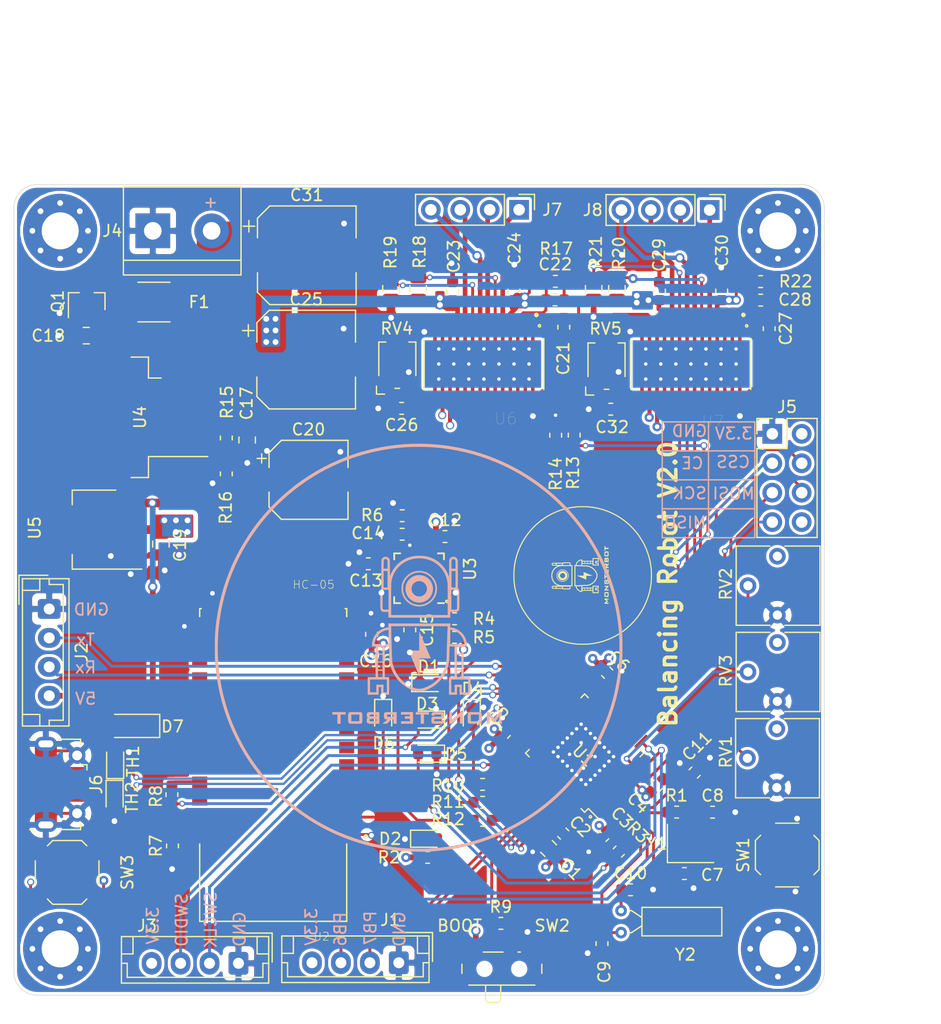
<source format=kicad_pcb>
(kicad_pcb (version 20211014) (generator pcbnew)
  (layers (0 "F.Cu" signal) (1 "In1.Cu" power "Power") (2 "In2.Cu" power "Ground") (31 "B.Cu" signal) (34 "B.Paste" user) (35 "F.Paste" user) (36 "B.SilkS" user "B.Silkscreen") (37 "F.SilkS" user "F.Silkscreen") (38 "B.Mask" user) (39 "F.Mask" user) (44 "Edge.Cuts" user))
  (net 0 "")
  (net 1 "+3V3")
  (net 2 "GND")
  (net 3 "HSE_IN")
  (net 4 "Net-(C8-Pad1)")
  (net 5 "LSE_IN")
  (net 6 "LSE_OUT")
  (net 7 "NRST")
  (net 8 "Net-(C13-Pad2)")
  (net 9 "Net-(C14-Pad1)")
  (net 10 "Net-(C15-Pad1)")
  (net 11 "+5V")
  (net 12 "VIN")
  (net 13 "CP1")
  (net 14 "CP2")
  (net 15 "+12V")
  (net 16 "Net-(C22-Pad1)")
  (net 17 "V3P3OUT")
  (net 18 "Net-(C27-Pad2)")
  (net 19 "Net-(C27-Pad1)")
  (net 20 "Net-(C28-Pad1)")
  (net 21 "V3P3OUT1")
  (net 22 "Net-(D1-Pad2)")
  (net 23 "Net-(D2-Pad2)")
  (net 24 "Net-(D3-Pad2)")
  (net 25 "Net-(D4-Pad2)")
  (net 26 "Net-(D5-Pad2)")
  (net 27 "Net-(D6-Pad2)")
  (net 28 "VBUS")
  (net 29 "Net-(F1-Pad1)")
  (net 30 "PB7")
  (net 31 "PB6")
  (net 32 "UART1_RX")
  (net 33 "UART1_TX")
  (net 34 "SWCLK")
  (net 35 "SWDIO")
  (net 36 "SPI1_CE")
  (net 37 "SPI1_CSS")
  (net 38 "SPI1_SCK")
  (net 39 "SPI1_MOSI")
  (net 40 "SPI1_MISO")
  (net 41 "USB_D-")
  (net 42 "USB_D+")
  (net 43 "M1_A1")
  (net 44 "M1_A2")
  (net 45 "M1_B1")
  (net 46 "M1_B2")
  (net 47 "M2_B2")
  (net 48 "M2_B1")
  (net 49 "M2_A2")
  (net 50 "M2_A1")
  (net 51 "HSE_OUT")
  (net 52 "LED_STATE")
  (net 53 "I2C_SDA")
  (net 54 "I2C_SCL")
  (net 55 "Net-(R6-Pad1)")
  (net 56 "PIO11")
  (net 57 "Net-(R9-Pad2)")
  (net 58 "BOOT0")
  (net 59 "PB3")
  (net 60 "PB4")
  (net 61 "PB5")
  (net 62 "PB0")
  (net 63 "Net-(R15-Pad1)")
  (net 64 "Net-(R18-Pad1)")
  (net 65 "Net-(R19-Pad1)")
  (net 66 "Net-(R20-Pad1)")
  (net 67 "Net-(R21-Pad1)")
  (net 68 "PA0")
  (net 69 "PA4")
  (net 70 "PA1")
  (net 71 "Net-(RV4-Pad2)")
  (net 72 "Net-(RV5-Pad2)")
  (net 73 "M2_STP")
  (net 74 "M2_DIR")
  (net 75 "M2_EN")
  (net 76 "M1_STP")
  (net 77 "M1_DIR")
  (net 78 "M1_EN")
  (net 79 "PIO8")
  (net 80 "UART2_TX")
  (net 81 "UART2_RX")
  (net 82 "Net-(J5-Pad8)")
  (net 83 "Net-(J6-Pad4)")
  (net 84 "Net-(U1-Pad29)")
  (net 85 "PA15")
  (net 86 "Net-(U2-Pad17)")
  (net 87 "Net-(U2-Pad15)")
  (net 88 "Net-(U2-Pad16)")
  (net 89 "Net-(U2-Pad18)")
  (net 90 "Net-(U2-Pad19)")
  (net 91 "Net-(U2-Pad20)")
  (net 92 "Net-(U2-Pad23)")
  (net 93 "Net-(U2-Pad24)")
  (net 94 "Net-(U2-Pad25)")
  (net 95 "Net-(U2-Pad26)")
  (net 96 "Net-(U2-Pad27)")
  (net 97 "Net-(U2-Pad28)")
  (net 98 "Net-(U2-Pad29)")
  (net 99 "Net-(U2-Pad30)")
  (net 100 "Net-(U2-Pad32)")
  (net 101 "Net-(U2-Pad33)")
  (net 102 "Net-(U2-Pad3)")
  (net 103 "Net-(U2-Pad4)")
  (net 104 "Net-(U2-Pad5)")
  (net 105 "Net-(U2-Pad6)")
  (net 106 "Net-(U2-Pad7)")
  (net 107 "Net-(U2-Pad8)")
  (net 108 "Net-(U2-Pad9)")
  (net 109 "Net-(U2-Pad10)")
  (net 110 "Net-(U2-Pad11)")
  (net 111 "Net-(U3-Pad6)")
  (net 112 "Net-(U3-Pad7)")
  (net 113 "Net-(U3-Pad12)")
  (net 114 "Net-(U6-Pad27)")
  (net 115 "Net-(U6-Pad26)")
  (net 116 "Net-(U6-Pad25)")
  (net 117 "Net-(U6-Pad24)")
  (net 118 "Net-(U6-Pad19)")
  (net 119 "Net-(U6-Pad18)")
  (net 120 "Net-(U7-Pad18)")
  (net 121 "Net-(U7-Pad19)")
  (net 122 "Net-(U7-Pad24)")
  (net 123 "Net-(U7-Pad25)")
  (net 124 "Net-(U7-Pad26)")
  (net 125 "Net-(U7-Pad27)")
  (footprint "MountingHole:MountingHole_3.2mm_M3_Pad_Via" (layer "F.Cu") (at 124 74)
    (fp_text reference "H1")
    (fp_text value "MountingHole")
  )
  (footprint "MountingHole:MountingHole_3.2mm_M3_Pad_Via" (layer "F.Cu") (at 186 74)
    (fp_text reference "H2")
    (fp_text value "MountingHole")
  )
  (footprint "MountingHole:MountingHole_3.2mm_M3_Pad_Via" (layer "F.Cu") (at 186 136)
    (fp_text reference "H3")
    (fp_text value "MountingHole")
  )
  (footprint "MountingHole:MountingHole_3.2mm_M3_Pad_Via" (layer "F.Cu") (at 124 136)
    (fp_text reference "H4")
    (fp_text value "MountingHole")
  )
  (footprint "Potentiometer_SMD:Potentiometer_Bourns_TC33X_Vertical" (layer "F.Cu") (at 153.12 85.5 90)
    (fp_text reference "RV4")
    (fp_text value "100k")
  )
  (footprint "Potentiometer_SMD:Potentiometer_Bourns_TC33X_Vertical" (layer "F.Cu") (at 171.19 85.58 90)
    (fp_text reference "RV5")
    (fp_text value "100k")
  )
  (footprint "Resistor_SMD:R_0805_2012Metric" (layer "F.Cu") (at 154.92 78.9825 -90)
    (fp_text reference "R18")
    (fp_text value "0.25R")
  )
  (footprint "Resistor_SMD:R_0805_2012Metric" (layer "F.Cu") (at 152.57 78.9825 -90)
    (fp_text reference "R19")
    (fp_text value "0.25R")
  )
  (footprint "My_Kicad_library:IC_TPS61196PWPRQ1" (layer "F.Cu") (at 160.6 85.5 -90)
    (fp_text reference "U6")
    (fp_text value "DRV8825PWP")
  )
  (footprint "Capacitor_SMD:C_0805_2012Metric" (layer "F.Cu") (at 166.187087 127.337087 135)
    (fp_text reference "C1")
    (fp_text value "10uF")
  )
  (footprint "Capacitor_SMD:C_0603_1608Metric" (layer "F.Cu") (at 167.45 126.05 135)
    (fp_text reference "C2")
    (fp_text value "100nF")
  )
  (footprint "Capacitor_SMD:C_0603_1608Metric" (layer "F.Cu") (at 162.4 117.3375 45)
    (fp_text reference "C5")
    (fp_text value "100nF")
  )
  (footprint "Capacitor_SMD:C_0603_1608Metric" (layer "F.Cu") (at 171.25 112.1625 -45)
    (fp_text reference "C6")
    (fp_text value "100nF")
  )
  (footprint "Capacitor_SMD:C_0603_1608Metric" (layer "F.Cu") (at 177.9125 129.5)
    (fp_text reference "C7")
    (fp_text value "22pF")
  )
  (footprint "Capacitor_SMD:C_0603_1608Metric" (layer "F.Cu") (at 180.35 124.2)
    (fp_text reference "C8")
    (fp_text value "22pF")
  )
  (footprint "Capacitor_SMD:C_0603_1608Metric" (layer "F.Cu") (at 170.8 135.55 -90)
    (fp_text reference "C9")
    (fp_text value "10pF")
  )
  (footprint "Capacitor_SMD:C_0603_1608Metric" (layer "F.Cu") (at 173.2625 130.9)
    (fp_text reference "C10")
    (fp_text value "10pF")
  )
  (footprint "Capacitor_SMD:C_0603_1608Metric" (layer "F.Cu") (at 178.8 120.78 45)
    (fp_text reference "C11")
    (fp_text value "10pF")
  )
  (footprint "Capacitor_SMD:C_0603_1608Metric" (layer "F.Cu") (at 157.2375 100.4)
    (fp_text reference "C12")
    (fp_text value "10nF")
  )
  (footprint "Capacitor_SMD:C_0603_1608Metric" (layer "F.Cu") (at 150.6125 102.75)
    (fp_text reference "C13")
    (fp_text value "100nF")
  )
  (footprint "Capacitor_SMD:C_0603_1608Metric" (layer "F.Cu") (at 153.5375 100.2 180)
    (fp_text reference "C14")
    (fp_text value "100nF")
  )
  (footprint "Capacitor_SMD:C_0603_1608Metric" (layer "F.Cu") (at 154.2 108.4625 -90)
    (fp_text reference "C15")
    (fp_text value "2.2nF")
  )
  (footprint "Capacitor_SMD:C_0603_1608Metric" (layer "F.Cu") (at 150.9 108.8375 90)
    (fp_text reference "C16")
    (fp_text value "100nF")
  )
  (footprint "Capacitor_SMD:C_0805_2012Metric" (layer "F.Cu") (at 140.15 92.0625 -90)
    (fp_text reference "C17")
    (fp_text value "10uF")
  )
  (footprint "Capacitor_SMD:C_0805_2012Metric" (layer "F.Cu") (at 126.2525 83.05 180)
    (fp_text reference "C18")
    (fp_text value "10uF")
  )
  (footprint "Capacitor_SMD:C_0805_2012Metric" (layer "F.Cu") (at 132.7 101.05 -90)
    (fp_text reference "C19")
    (fp_text value "10uF")
  )
  (footprint "Capacitor_SMD:CP_Elec_6.3x5.4" (layer "F.Cu") (at 145.45 95.5)
    (fp_text reference "C20")
    (fp_text value "47uF")
  )
  (footprint "Capacitor_SMD:C_0603_1608Metric" (layer "F.Cu") (at 167.5 82.3125 -90)
    (fp_text reference "C21")
    (fp_text value "10nF")
  )
  (footprint "Capacitor_SMD:C_0603_1608Metric" (layer "F.Cu") (at 166.7425 79.96)
    (fp_text reference "C22")
    (fp_text value "100nF")
  )
  (footprint "Capacitor_SMD:C_0603_1608Metric" (layer "F.Cu") (at 157.9 79.2125 90)
    (fp_text reference "C23")
    (fp_text value "100nF")
  )
  (footprint "Capacitor_SMD:C_0603_1608Metric" (layer "F.Cu") (at 163.2 79.2 90)
    (fp_text reference "C24")
    (fp_text value "100nF")
  )
  (footprint "Capacitor_SMD:CP_Elec_8x10" (layer "F.Cu") (at 145.25 85.12)
    (fp_text reference "C25")
    (fp_text value "100uF")
  )
  (footprint "Capacitor_SMD:C_0603_1608Metric" (layer "F.Cu") (at 153.4975 89.33 180)
    (fp_text reference "C26")
    (fp_text value "100nF")
  )
  (footprint "Capacitor_SMD:C_0603_1608Metric" (layer "F.Cu") (at 185.24 82.45 -90)
    (fp_text reference "C27")
    (fp_text value "10nF")
  )
  (footprint "Capacitor_SMD:C_0603_1608Metric" (layer "F.Cu") (at 184.5075 79.985)
    (fp_text reference "C28")
    (fp_text value "100nF")
  )
  (footprint "Capacitor_SMD:C_0603_1608Metric" (layer "F.Cu") (at 175.76 79.2 90)
    (fp_text reference "C29")
    (fp_text value "100nF")
  )
  (footprint "Capacitor_SMD:C_0603_1608Metric" (layer "F.Cu") (at 181.14 79.2 90)
    (fp_text reference "C30")
    (fp_text value "100nF")
  )
  (footprint "Capacitor_SMD:CP_Elec_8x10" (layer "F.Cu") (at 145.3 76.11)
    (fp_text reference "C31")
    (fp_text value "100uF")
  )
  (footprint "Capacitor_SMD:C_0603_1608Metric" (layer "F.Cu") (at 171.56 89.4 180)
    (fp_text reference "C32")
    (fp_text value "100nF")
  )
  (footprint "LED_SMD:LED_0603_1608Metric" (layer "F.Cu") (at 155.8525 113.05)
    (fp_text reference "D1")
    (fp_text value "RED")
  )
  (footprint "LED_SMD:LED_0603_1608Metric" (layer "F.Cu") (at 155.7525 126.49)
    (fp_text reference "D2")
    (fp_text value "RED")
  )
  (footprint "LED_SMD:LED_0603_1608Metric" (layer "F.Cu") (at 155.7125 116.2 180)
    (fp_text reference "D3")
    (fp_text value "RED")
  )
  (footprint "LED_SMD:LED_0603_1608Metric" (layer "F.Cu") (at 159.55 115.95 -90)
    (fp_text reference "D4")
    (fp_text value "RED")
  )
  (footprint "LED_SMD:LED_0603_1608Metric" (layer "F.Cu") (at 155.7125 119.15 180)
    (fp_text reference "D5")
    (fp_text value "RED")
  )
  (footprint "LED_SMD:LED_0603_1608Metric" (layer "F.Cu") (at 151.9 115.95 -90)
    (fp_text reference "D6")
    (fp_text value "RED")
  )
  (footprint "Diode_SMD:D_SOD-123" (layer "F.Cu") (at 130.35 116.75 180)
    (fp_text reference "D7")
    (fp_text value "T4")
  )
  (footprint "Fuse:Fuse_1812_4532Metric" (layer "F.Cu") (at 132.1 80.15)
    (fp_text reference "F1")
    (fp_text value "fuse")
  )
  (footprint "Connector_JST:JST_EH_B4B-EH-A_1x04_P2.50mm_Vertical" (layer "F.Cu") (at 153.25 137.2 180)
    (fp_text reference "J1")
    (fp_text value "I2C")
  )
  (footprint "Connector_JST:JST_EH_B4B-EH-A_1x04_P2.50mm_Vertical" (layer "F.Cu") (at 123.05 106.65 -90)
    (fp_text reference "J2")
    (fp_text value "Conn_01x04")
  )
  (footprint "Connector_JST:JST_EH_B4B-EH-A_1x04_P2.50mm_Vertical" (layer "F.Cu") (at 139.4 137.25 180)
    (fp_text reference "J3")
    (fp_text value "Conn_01x04")
  )
  (footprint "TerminalBlock:TerminalBlock_bornier-2_P5.08mm" (layer "F.Cu") (at 132 74)
    (fp_text reference "J4")
    (fp_text value "Screw_Terminal_01x02")
  )
  (footprint "Connector_PinHeader_2.54mm:PinHeader_2x04_P2.54mm_Vertical" (layer "F.Cu") (at 185.51 91.53)
    (fp_text reference "J5")
    (fp_text value "SPI")
  )
  (footprint "Connector_USB:USB_Micro-B_Molex-105017-0001" (layer "F.Cu") (at 124 121.8 -90)
    (fp_text reference "J6")
    (fp_text value "USB_B_Micro")
  )
  (footprint "Package_TO_SOT_SMD:SOT-23" (layer "F.Cu") (at 126.29 80.1 90)
    (fp_text reference "Q1")
    (fp_text value "AO3401A")
  )
  (footprint "Resistor_SMD:R_0603_1608Metric" (layer "F.Cu") (at 177.243153 124.193153)
    (fp_text reference "R1")
    (fp_text value "5R")
  )
  (footprint "Resistor_SMD:R_0603_1608Metric" (layer "F.Cu") (at 155.7425 128.1 180)
    (fp_text reference "R2")
    (fp_text value "1k")
  )
  (footprint "Resistor_SMD:R_0603_1608Metric" (layer "F.Cu") (at 172.25 127.6 45)
    (fp_text reference "R3")
    (fp_text value "1k")
  )
  (footprint "Resistor_SMD:R_0603_1608Metric" (layer "F.Cu") (at 158.0625 107.5)
    (fp_text reference "R4")
    (fp_text value "4.7k")
  )
  (footprint "Resistor_SMD:R_0603_1608Metric" (layer "F.Cu") (at 158.0625 109.1)
    (fp_text reference "R5")
    (fp_text value "4.7k")
  )
  (footprint "Resistor_SMD:R_0603_1608Metric" (layer "F.Cu") (at 153.5375 98.6 180)
    (fp_text reference "R6")
    (fp_text value "4.7k")
  )
  (footprint "Resistor_SMD:R_0603_1608Metric" (layer "F.Cu") (at 133.7 127.1125 90)
    (fp_text reference "R7")
    (fp_text value "10k")
  )
  (footprint "Resistor_SMD:R_0603_1608Metric" (layer "F.Cu") (at 133.65 122.6875 -90)
    (fp_text reference "R8")
    (fp_text value "1k")
  )
  (footprint "Resistor_SMD:R_0603_1608Metric" (layer "F.Cu") (at 162.0625 133.8)
    (fp_text reference "R9")
    (fp_text value "4.7k")
  )
  (footprint "Resistor_SMD:R_0603_1608Metric" (layer "F.Cu") (at 160.4875 121.8)
    (fp_text reference "R10")
    (fp_text value "1k")
  )
  (footprint "Resistor_SMD:R_0603_1608Metric" (layer "F.Cu") (at 160.4875 123.35)
    (fp_text reference "R11")
    (fp_text value "1k")
  )
  (footprint "Resistor_SMD:R_0603_1608Metric" (layer "F.Cu") (at 160.4875 124.9)
    (fp_text reference "R12")
    (fp_text value "1k")
  )
  (footprint "Resistor_SMD:R_0603_1608Metric" (layer "F.Cu") (at 168.4 91.6375 90)
    (fp_text reference "R13")
    (fp_text value "12k")
  )
  (footprint "Resistor_SMD:R_0603_1608Metric" (layer "F.Cu") (at 166.8 91.65 -90)
    (fp_text reference "R14")
    (fp_text value "3.3k")
  )
  (footprint "Resistor_SMD:R_0603_1608Metric" (layer "F.Cu") (at 138.35 91.8875 90)
    (fp_text reference "R15")
    (fp_text value "10k")
  )
  (footprint "Resistor_SMD:R_0603_1608Metric" (layer "F.Cu") (at 138.35 94.9875 90)
    (fp_text reference "R16")
    (fp_text value "30k")
  )
  (footprint "Resistor_SMD:R_0603_1608Metric" (layer "F.Cu") (at 166.7725 78.36 180)
    (fp_text reference "R17")
    (fp_text value "1M")
  )
  (footprint "Resistor_SMD:R_0805_2012Metric" (layer "F.Cu") (at 172.09 78.9825 -90)
    (fp_text reference "R20")
    (fp_text value "0.25R")
  )
  (footprint "Resistor_SMD:R_0805_2012Metric" (layer "F.Cu") (at 170.08 78.9825 -90)
    (fp_text reference "R21")
    (fp_text value "0.25R")
  )
  (footprint "Resistor_SMD:R_0603_1608Metric" (layer "F.Cu") (at 184.5025 78.385 180)
    (fp_text reference "R22")
    (fp_text value "1M")
  )
  (footprint "Potentiometer_THT:Potentiometer_Vishay_T73YP_Vertical" (layer "F.Cu") (at 185.9 117 180)
    (fp_text reference "RV1")
    (fp_text value "R_POT")
  )
  (footprint "Potentiometer_THT:Potentiometer_Vishay_T73YP_Vertical" (layer "F.Cu") (at 185.95 102.1 180)
    (fp_text reference "RV2")
    (fp_text value "R_POT")
  )
  (footprint "Potentiometer_THT:Potentiometer_Vishay_T73YP_Vertical" (layer "F.Cu") (at 185.95 109.55 180)
    (fp_text reference "RV3")
    (fp_text value "R_POT")
  )
  (footprint "Button_Switch_SMD:SW_SPST_TL3342" (layer "F.Cu") (at 186.8 127.9 -90)
    (fp_text reference "SW1")
    (fp_text value "SW_Push")
  )
  (footprint "Button_Switch_SMD:SW_SPDT_PCM12" (layer "F.Cu") (at 162.15 137.4)
    (fp_text reference "SW2")
    (fp_text value "BOOT_SW")
  )
  (footprint "Button_Switch_SMD:SW_SPST_TL3342" (layer "F.Cu") (at 124.6 129.4)
    (fp_text reference "SW3")
    (fp_text value "SW_Push")
  )
  (footprint "Diode_SMD:D_0603_1608Metric" (layer "F.Cu") (at 128.75 119.8125 90)
    (fp_text reference "TH1")
    (fp_text value "esd")
  )
  (footprint "Diode_SMD:D_0603_1608Metric" (layer "F.Cu") (at 128.7 122.9375 -90)
    (fp_text reference "TH2")
    (fp_text value "esd")
  )
  (footprint "Package_QFP:LQFP-48_7x7mm_P0.5mm" (layer "F.Cu") (at 169.3 119.1 135)
    (fp_text reference "U1")
    (fp_text value "STM32F103C8T6")
  )
  (footprint "Package_TO_SOT_SMD:TO-263-3_TabPin4" (layer "F.Cu") (at 128.675 90.1 180)
    (fp_text reference "U4")
    (fp_text value "AMS1084CM")
  )
  (footprint "Package_TO_SOT_SMD:SOT-223-3_TabPin2" (layer "F.Cu") (at 126.95 99.8 180)
    (fp_text reference "U5")
    (fp_text value "AMS1117-3.3")
  )
  (footprint "My_Kicad_library:IC_TPS61196PWPRQ1" (layer "F.Cu") (at 178.48 85.5 -90)
    (fp_text reference "U7")
    (fp_text value "DRV8825PWP")
  )
  (footprint "Crystal:Crystal_SMD_3225-4Pin_3.2x2.5mm" (layer "F.Cu") (at 178.45 126.9)
    (fp_text reference "Y1")
    (fp_text value "8Mhz")
  )
  (footprint "Crystal:Crystal_C26-LF_D2.1mm_L6.5mm_Horizontal" (layer "F.Cu") (at 172.45 134.6 90)
    (fp_text reference "Y2")
    (fp_text value "Crystal")
  )
  (footprint "Connector_PinHeader_2.54mm:PinHeader_1x04_P2.54mm_Vertical" (layer "F.Cu") (at 163.64 72.18 -90)
    (fp_text reference "J7")
    (fp_text value "Conn_01x04")
  )
  (footprint "Connector_PinHeader_2.54mm:PinHeader_1x04_P2.54mm_Vertical" (layer "F.Cu") (at 180.1 72.2 -90)
    (fp_text reference "J8")
    (fp_text value "Conn_01x04")
  )
  (footprint "Sensor_Motion:InvenSense_QFN-24_4x4mm_P0.5mm" (layer "F.Cu") (at 155 104 180)
    (fp_text reference "U3")
    (fp_text value "MPU-6050")
  )
  (footprint "HC-05:XCVR_HC-05" (layer "F.Cu") (at 142.4 119.8 180)
    (fp_text reference "U2")
    (fp_text value "HC-05")
  )
  (footprint "Capacitor_SMD:C_0603_1608Metric" (layer "F.Cu") (at 170.9 126.25 -135)
    (fp_text reference "C3")
    (fp_text value "100nF")
  )
  (footprint "Capacitor_SMD:C_0603_1608Metric" (layer "F.Cu") (at 175.543153 121.906847 45)
    (fp_text reference "C4")
    (fp_text value "100nF")
  )
  (footprint "SFA_LOGO:small_monster_bot" (layer "F.Cu") (at 169.13 103.77 90)
    (fp_text reference "G***" hide)
    (fp_text value "LOGO" hide)
  )
  (footprint "SFA_LOGO:MonsterBot" (layer "B.Cu") (at 155 110 180)
    (fp_text reference "G***" hide)
    (fp_text value "LOGO" hide)
  )
  (gr_poly (pts (xy 165.5 87.5) (xy 155.5 87.5) (xy 155.5 83.5) (xy 165.5 83.5)) (layer "B.Cu") (width 0.1) (fill solid))
  (gr_poly (pts (xy 183.5 87.5) (xy 173.5 87.5) (xy 173.5 83.5) (xy 183.5 83.5)) (layer "B.Cu") (width 0.1) (fill solid))
  (gr_line (start 176 90.5) (end 184 90.5) (layer "B.SilkS") (width 0.12))
  (gr_line (start 184 100.5) (end 176 100.5) (layer "B.SilkS") (width 0.12))
  (gr_line (start 180 90.5) (end 180 100.5) (layer "B.SilkS") (width 0.12))
  (gr_line (start 176 98) (end 184 98) (layer "B.SilkS") (width 0.12))
  (gr_line (start 176 93) (end 184 93) (layer "B.SilkS") (width 0.12))
  (gr_line (start 176 95.5) (end 184 95.5) (layer "B.SilkS") (width 0.12))
  (gr_line (start 176 100.5) (end 176 90.5) (layer "B.SilkS") (width 0.12))
  (gr_line (start 184 90.5) (end 184 100.5) (layer "B.SilkS") (width 0.12))
  (gr_circle (center 165.4 82.2) (end 165.5 82.2) (layer "F.SilkS") (width 0.12) (fill none))
  (gr_circle (center 157.4 106) (end 157.4 106.1) (layer "F.SilkS") (width 0.12) (fill none))
  (gr_circle (center 169.8 124.6) (end 169.8 124.7) (layer "F.SilkS") (width 0.12) (fill none))
  (gr_circle (center 183.3 82.2) (end 183.3 82.3) (layer "F.SilkS") (width 0.12) (fill none))
  (gr_line (start 188 70) (end 122 70) (layer "Edge.Cuts") (width 0.05))
  (gr_arc (start 190 138) (mid 189.414214 139.414214) (end 188 140) (layer "Edge.Cuts") (width 0.05))
  (gr_line (start 122 140) (end 188 140) (layer "Edge.Cuts") (width 0.05))
  (gr_arc (start 188 70) (mid 189.414214 70.585786) (end 190 72) (layer "Edge.Cuts") (width 0.05))
  (gr_arc (start 122 140) (mid 120.585786 139.414214) (end 120 138) (layer "Edge.Cuts") (width 0.05))
  (gr_arc (start 120 72) (mid 120.585786 70.585786) (end 122 70) (layer "Edge.Cuts") (width 0.05))
  (gr_line (start 190 138) (end 190 72) (layer "Edge.Cuts") (width 0.05))
  (gr_line (start 120 72) (end 120 138) (layer "Edge.Cuts") (width 0.05))
  (gr_text "MOSI" (at 182.17 96.69) (layer "B.SilkS") (effects (font (size 1 1)) (justify mirror)))
  (gr_text "SWDIO\n" (at 134.5 133.5 90) (layer "B.SilkS") (effects (font (size 1 1)) (justify mirror)))
  (gr_text "GND" (at 126.7 106.7) (layer "B.SilkS") (effects (font (size 1 1)) (justify mirror)))
  (gr_text "MISO" (at 177.98 99.19) (layer "B.SilkS") (effects (font (size 1 1)) (justify mirror)))
  (gr_text "PB7" (at 150.8 134.2 90) (layer "B.SilkS") (effects (font (size 1 1)) (justify mirror)))
  (gr_text "PB6" (at 148.2 134.3 90) (layer "B.SilkS") (effects (font (size 1 1)) (justify mirror)))
  (gr_text "+" (at 137 71.5) (layer "B.SilkS") (effects (font (size 1 1)) (justify mirror)))
  (gr_text "GND" (at 139.5 134.3 90) (layer "B.SilkS") (effects (font (size 1 1)) (justify mirror)))
  (gr_text "3.3V" (at 132 134 90) (layer "B.SilkS") (effects (font (size 1 1)) (justify mirror)))
  (gr_text "CE" (at 178.6 94.07) (layer "B.SilkS") (effects (font (size 1 1)) (justify mirror)))
  (gr_text "3.3V" (at 145.7 134.1 90) (layer "B.SilkS") (effects (font (size 1 1)) (justify mirror)))
  (gr_text "SWCLK" (at 137 133.5 90) (layer "B.SilkS") (effects (font (size 1 1)) (justify mirror)))
  (gr_text "GND" (at 153.3 134.3 90) (layer "B.SilkS") (effects (font (size 1 1)) (justify mirror)))
  (gr_text "GND" (at 178.36 91.29) (layer "B.SilkS") (effects (font (size 1 1)) (justify mirror)))
  (gr_text "SCK" (at 178.36 96.66) (layer "B.SilkS") (effects (font (size 1 1)) (justify mirror)))
  (gr_text "Tx" (at 126.2 109.3) (layer "B.SilkS") (effects (font (size 1 1)) (justify mirror)))
  (gr_text "3.3V" (at 182.17 91.5) (layer "B.SilkS") (effects (font (size 1 1)) (justify mirror)))
  (gr_text "Rx" (at 126.2 111.7) (layer "B.SilkS") (effects (font (size 1 1)) (justify mirror)))
  (gr_text "CSS" (at 182.13 93.96) (layer "B.SilkS") (effects (font (size 1 1)) (justify mirror)))
  (gr_text "5V" (at 126.2 114.4) (layer "B.SilkS") (effects (font (size 1 1)) (justify mirror)))
  (gr_text "BOOT" (at 158.5 134) (layer "F.SilkS") (effects (font (size 1 1))))
  (gr_text "Balancing Robot V2.0" (at 176.5 104.5 90) (layer "F.SilkS") (effects (font (size 1.5 1.5) (thickness 0.3))))
  (segment (start 168.95 124.636664) (end 168.95 125.663694) (width 0.25) (layer "F.Cu") (net 1))
  (segment (start 153.87 128.1) (end 153.86 128.11) (width 0.5) (layer "F.Cu") (net 1))
  (segment (start 157.025 89.895) (end 157 89.92) (width 0.35) (layer "F.Cu") (net 1))
  (segment (start 175.555 88.3) (end 175.555 90.905) (width 0.35) (layer "F.Cu") (net 1))
  (segment (start 156.45 100.4) (end 156.45 99.15) (width 0.5) (layer "F.Cu") (net 1))
  (segment (start 161.843153 117.894347) (end 161.825653 117.894347) (width 0.5) (layer "F.Cu") (net 1))
  (segment (start 150.9 109.625) (end 148.75 109.625) (width 0.5) (layer "F.Cu") (net 1))
  (segment (start 151.895 109.625) (end 151.91 109.61) (width 0.5) (layer "F.Cu") (net 1))
  (segment (start 164.412124 118.101212) (end 163.713336 118.8) (width 0.25) (layer "F.Cu") (net 1))
  (segment (start 166.85 128) (end 166.85 128.02) (width 0.5) (layer "F.Cu") (net 1))
  (segment (start 168.95 125.663694) (end 168.006847 126.606847) (width 0.25) (layer "F.Cu") (net 1))
  (segment (start 170.298788 114.212124) (end 169.96 113.873336) (width 0.25) (layer "F.Cu") (net 1))
  (segment (start 166.85 128.02) (end 167.66 128.83) (width 0.5) (layer "F.Cu") (net 1))
  (segment (start 156.45 99.15) (end 156.46 99.14) (width 0.5) (layer "F.Cu") (net 1))
  (segment (start 127.75 131.3) (end 127.75 130.11) (width 0.25) (layer "F.Cu") (net 1))
  (segment (start 157.025 88.3) (end 157.025 89.895) (width 0.35) (layer "F.Cu") (net 1))
  (segment (start 171.456847 125.145935) (end 170.298788 123.987876) (width 0.25) (layer "F.Cu") (net 1))
  (segment (start 170.693153 111.605653) (end 170.675653 111.605653) (width 0.5) (layer "F.Cu") (net 1))
  (segment (start 174.905 88.3) (end 174.905 90.085) (width 0.35) (layer "F.Cu") (net 1))
  (segment (start 170.693153 111.605653) (end 170.693153 111.576847) (width 0.5) (layer "F.Cu") (net 1))
  (segment (start 170.675653 111.605653) (end 170 110.93) (width 0.5) (layer "F.Cu") (net 1))
  (segment (start 166.85 127.763694) (end 168.006847 126.606847) (width 0.5) (layer "F.Cu") (net 1))
  (segment (start 174.59 122.86) (end 174.59 122.87499) (width 0.5) (layer "F.Cu") (net 1))
  (segment (start 123.8 99.8) (end 130.1 99.8) (width 0.75) (layer "F.Cu") (net 1))
  (segment (start 170.693153 111.576847) (end 171.39 110.88) (width 0.5) (layer "F.Cu") (net 1))
  (segment (start 155.75 102.05) (end 155.75 101.1) (width 0.25) (layer "F.Cu") (net 1))
  (segment (start 121.45 131.3) (end 121.45 130.23) (width 0.25) (layer "F.Cu") (net 1))
  (segment (start 171.456847 125.693153) (end 170.903153 125.693153) (width 0.5) (layer "F.Cu") (net 1))
  (segment (start 161.825653 117.894347) (end 161.04 118.68) (width 0.5) (layer "F.Cu") (net 1))
  (segment (start 150.9 109.625) (end 150.9 110.63499) (width 0.5) (layer "F.Cu") (net 1))
  (segment (start 174.43146 122.463694) (end 174.258883 122.291117) (width 0.5) (layer "F.Cu") (net 1))
  (segment (start 173.127215 121.159449) (end 174.258883 122.291117) (width 0.25) (layer "F.Cu") (net 1))
  (segment (start 163.713336 118.8) (end 162.748806 118.8) (width 0.25) (layer "F.Cu") (net 1))
  (segment (start 169.96 113.873336) (end 169.96 112.338806) (width 0.25) (layer "F.Cu") (net 1))
  (segment (start 154.955 128.1) (end 153.87 128.1) (width 0.5) (layer "F.Cu") (net 1))
  (segment (start 162.748806 118.8) (end 161.843153 117.894347) (width 0.25) (layer "F.Cu") (net 1))
  (segment (start 168.301212 123.987876) (end 168.95 124.636664) (width 0.25) (layer "F.Cu") (net 1))
  (segment (start 150.9 109.625) (end 151.895 109.625) (width 0.5) (layer "F.Cu") (net 1))
  (segment (start 166.85 128) (end 166.85 127.763694) (width 0.5) (layer "F.Cu") (net 1))
  (segment (start 158.85 109.1) (end 158.85 110.15) (width 0.35) (layer "F.Cu") (net 1))
  (segment (start 159.9 134.46) (end 159.91 134.45) (width 0.5) (layer "F.Cu") (net 1))
  (segment (start 130.1 99.8) (end 132.3875 99.8) (width 0.75) (layer "F.Cu") (net 1))
  (segment (start 157.675 90.795) (end 157.68 90.8) (width 0.35) (layer "F.Cu") (net 1))
  (segment (start 132.3875 99.8) (end 132.7 100.1125) (width 0.75) (layer "F.Cu") (net 1))
  (segment (start 161.843153 117.894347) (end 161.843153 117.353153) (width 0.5) (layer "F.Cu") (net 1))
  (segment (start 157.675 88.3) (end 157.675 90.795) (width 0.35) (layer "F.Cu") (net 1))
  (segment (start 170.903153 125.693153) (end 170.56 125.35) (width 0.5) (layer "F.Cu") (net 1))
  (segment (start 174.905 90.085) (end 174.88 90.11) (width 0.35) (layer "F.Cu") (net 1))
  (segment (start 159.9 135.97) (end 159.9 134.46) (width 0.5) (layer "F.Cu") (net 1))
  (segment (start 175.555 90.905) (end 175.56 90.91) (width 0.35) (layer "F.Cu") (net 1))
  (segment (start 174.986306 122.463694) (end 174.59 122.86) (width 0.5) (layer "F.Cu") (net 1))
  (segment (start 174.986306 122.463694) (end 174.43146 122.463694) (width 0.5) (layer "F.Cu") (net 1))
  (segment (start 127.75 130.11) (end 127.76 130.1) (width 0.25) (layer "F.Cu") (net 1))
  (segment (start 127.75 131.3) (end 121.45 131.3) (width 0.25) (layer "F.Cu") (net 1))
  (segment (start 150.9 110.63499) (end 150.89 110.64499) (width 0.5) (layer "F.Cu") (net 1))
  (segment (start 166.85 128.02) (end 165.94 128.93) (width 0.5) (layer "F.Cu") (net 1))
  (segment (start 158.85 109.1) (end 158.85 107.5) (width 0.35) (layer "F.Cu") (net 1))
  (segment (start 171.456847 125.693153) (end 171.456847 125.145935) (width 0.25) (layer "F.Cu") (net 1))
  (segment (start 155.75 101.1) (end 156.45 100.4) (width 0.25) (layer "F.Cu") (net 1))
  (segment (start 161.843153 117.353153) (end 161.5 117.01) (width 0.5) (layer "F.Cu") (net 1))
  (segment (start 169.96 112.338806) (end 170.693153 111.605653) (width 0.25) (layer "F.Cu") (net 1))
  (via (at 170.56 125.35) (size 0.8) (drill 0.4) (layers "F.Cu" "B.Cu") (net 1))
  (via (at 150.89 110.64499) (size 0.8) (drill 0.4) (layers "F.Cu" "B.Cu") (net 1))
  (via (at 167.66 128.83) (size 0.8) (drill 0.4) (layers "F.Cu" "B.Cu") (net 1))
  (via (at 171.39 110.88) (size 0.8) (drill 0.4) (layers "F.Cu" "B.Cu") (net 1))
  (via (at 157 89.92) (size 0.7) (drill 0.5) (layers "F.Cu" "B.Cu") (net 1))
  (via (at 157.68 90.8) (size 0.7) (drill 0.5) (layers "F.Cu" "B.Cu") (net 1))
  (via (at 161.04 118.68) (size 0.8) (drill 0.4) (layers "F.Cu" "B.Cu") (net 1))
  (via (at 134 100) (size 0.8) (drill 0.5) (layers "F.Cu" "B.Cu") (net 1))
  (via (at 153.86 128.11) (size 0.8) (drill 0.4) (layers "F.Cu" "B.Cu") (net 1))
  (via (at 135 100) (size 0.8) (drill 0.5) (layers "F.Cu" "B.Cu") (net 1))
  (via (at 135 99) (size 0.8) (drill 0.5) (layers "F.Cu" "B.Cu") (net 1))
  (via (at 174.88 90.11) (size 0.8) (drill 0.4) (layers "F.Cu" "B.Cu") (net 1))
  (via (at 170 110.93) (size 0.8) (drill 0.4) (layers "F.Cu" "B.Cu") (net 1))
  (via (at 121.45 130.23) (size 0.6) (drill 0.4) (layers "F.Cu" "B.Cu") (net 1))
  (via (at 165.94 128.93) (size 0.8) (drill 0.4) (layers "F.Cu" "B.Cu") (net 1))
  (via (at 151.91 109.61) (size 0.8) (drill 0.4) (layers "F.Cu" "B.Cu") (net 1))
  (via (at 127.76 130.1) (size 0.8) (drill 0.4) (layers "F.Cu" "B.Cu") (net 1))
  (via (at 133 99) (size 0.8) (drill 0.5) (layers "F.Cu" "B.Cu") (net 1))
  (via (at 159.91 134.45) (size 0.8) (drill 0.5) (layers "F.Cu" "B.Cu") (net 1))
  (via (at 158.85 110.15) (size 0.8) (drill 0.5) (layers "F.Cu" "B.Cu") (net 1))
  (via (at 161.5 117.01) (size 0.8) (drill 0.4) (layers "F.Cu" "B.Cu") (net 1))
  (via (at 174.258883 122.291117) (size 0.8) (drill 0.4) (layers "F.Cu" "B.Cu") (net 1))
  (via (at 174.59 122.87499) (size 0.8) (drill 0.4) (layers "F.Cu" "B.Cu") (net 1))
  (via (at 134 99) (size 0.8) (drill 0.5) (layers "F.Cu" "B.Cu") (net 1))
  (via (at 156.46 99.14) (size 0.8) (drill 0.5) (layers "F.Cu" "B.Cu") (net 1))
  (via (at 175.56 90.91) (size 0.8) (drill 0.4) (layers "F.Cu" "B.Cu") (net 1))
  (segment (start 176.63 120.85) (end 176.98 120.5) (width 0.5) (layer "F.Cu") (net 2))
  (segment (start 176.98 120.5) (end 177.52 119.96) (width 0.5) (layer "F.Cu") (net 2))
  (segment (start 171.73033 120.46967) (end 171.46066 120.2) (width 0.25) (layer "F.Cu") (net 2))
  (segment (start 123.85 83.05) (end 123.84 83.04) (width 0.5) (layer "F.Cu") (net 2))
  (segment (start 188.7 124.75) (end 187.65 124.75) (width 0.25) (layer "F.Cu") (net 2))
  (segment (start 179.55 128.65) (end 178.7 129.5) (width 0.4) (layer "F.Cu") (net 2))
  (segment (start 128.7 123.725) (end 128.7 124.96) (width 0.5) (layer "F.Cu") (net 2))
  (segment (start 133.7 129.08) (end 133.67 129.11) (width 0.5) (layer "F.Cu") (net 2))
  (segment (start 188.7 131.05) (end 188.7 124.75) (width 0.25) (layer "F.Cu") (net 2))
  (segment (start 125.4625 123.1) (end 123.0625 123.1) (width 0.25) (layer "F.Cu") (net 2))
  (segment (start 158.025 100.4) (end 158.025 99.065) (width 0.5) (layer "F.Cu") (net 2))
  (segment (start 150.825 108.125) (end 150.9 108.05) (width 0.5) (layer "F.Cu") (net 2))
  (segment (start 171.806847 112.719347) (end 171.850653 112.719347) (width 0.5) (layer "F.Cu") (net 2))
  (segment (start 164.4 135.97) (end 164.4 134.58) (width 0.5) (layer "F.Cu") (net 2))
  (segment (start 130.1 102.1) (end 132.5875 102.1) (width 0.4) (layer "F.Cu") (net 2))
  (segment (start 171.806847 113.411173) (end 170.652342 114.565678) (width 0.25) (layer "F.Cu") (net 2))
  (segment (start 128.39 102.1) (end 128.37 102.08) (width 0.5) (layer "F.Cu") (net 2))
  (segment (start 129.915 119.025) (end 129.93 119.01) (width 0.5) (layer "F.Cu") (net 2))
  (segment (start 162.956847 116.780653) (end 162.930653 116.780653) (width 0.5) (layer "F.Cu") (net 2))
  (segment (start 178.7 130.75) (end 178.71 130.76) (width 0.5) (layer "F.Cu") (net 2))
  (segment (start 174.255 82.7) (end 173.24 82.7) (width 0.4) (layer "F.Cu") (net 2))
  (segment (start 125.4625 124.3) (end 123.7625 124.3) (width 0.25) (layer "F.Cu") (net 2))
  (segment (start 170.08 81.41) (end 170.06 81.43) (width 0.5) (layer "F.Cu") (net 2))
  (segment (start 166.893153 125.493153) (end 166.893153 124.688827) (width 0.25) (layer "F.Cu") (net 2))
  (segment (start 179.55 127.75) (end 179.55 128.65) (width 0.4) (layer "F.Cu") (net 2))
  (segment (start 169.5925 136.3375) (end 169.56 136.37) (width 0.5) (layer "F.Cu") (net 2))
  (segment (start 138.35 95.775) (end 137.175 95.775) (width 0.5) (layer "F.Cu") (net 2))
  (segment (start 154.2 109.25) (end 153.1 109.25) (width 0.4) (layer "F.Cu") (net 2))
  (segment (start 188.7 131.05) (end 187.51 131.05) (width 0.25) (layer "F.Cu") (net 2))
  (segment (start 154.12 87.3) (end 154.12 86.21) (width 0.4) (layer "F.Cu") (net 2))
  (segment (start 177.45 126.05) (end 179.15 127.75) (width 0.25) (layer "F.Cu") (net 2))
  (segment (start 134.755 108.125) (end 134.73 108.15) (width 0.5) (layer "F.Cu") (net 2))
  (segment (start 170.8 136.3375) (end 169.5925 136.3375) (width 0.5) (layer "F.Cu") (net 2))
  (segment (start 152.71 89.33) (end 151.47 89.33) (width 0.4) (layer "F.Cu") (net 2))
  (segment (start 170.7725 89.4) (end 169.65 89.4) (width 0.5) (layer "F.Cu") (net 2))
  (segment (start 181.14 78.4125) (end 181.14 77.215) (width 0.35) (layer "F.Cu") (net 2))
  (segment (start 159.55 115.1625) (end 160.5475 115.1625) (width 0.5) (layer "F.Cu") (net 2))
  (segment (start 130.1 102.1) (end 130.1 103.63) (width 0.5) (layer "F.Cu") (net 2))
  (segment (start 149.825 102.75) (end 148.9 102.75) (width 0.4) (layer "F.Cu") (net 2))
  (segment (start 172.773662 121.513002) (end 171.73033 120.46967) (width 0.25) (layer "F.Cu") (net 2))
  (segment (start 148.55 73.4) (end 148.52 73.37) (width 0.5) (layer "F.Cu") (net 2))
  (segment (start 164.825 88.3) (end 164.825 89.995) (width 0.35) (layer "F.Cu") (net 2))
  (segment (start 157.9 76.9) (end 157.8 76.8) (width 0.4) (layer "F.Cu") (net 2))
  (segment (start 172.19 86.22) (end 172.23 86.18) (width 0.5) (layer "F.Cu") (net 2))
  (segment (start 162.956847 116.780653) (end 163.798673 116.780653) (width 0.25) (layer "F.Cu") (net 2))
  (segment (start 182.705 88.3) (end 182.705 89.985) (width 0.25) (layer "F.Cu") (net 2))
  (segment (start 137.175 95.775) (end 137.16 95.79) (width 0.5) (layer "F.Cu") (net 2))
  (segment (start 132.7 102.99) (end 133.03 103.32) (width 0.5) (layer "F.Cu") (net 2))
  (segment (start 174.4 76.075) (end 172.525 76.075) (width 0.35) (layer "F.Cu") (net 2))
  (segment (start 176.13 121.35) (end 176.63 120.85) (width 0.5) (layer "F.Cu") (net 2))
  (segment (start 177.35 126.05) (end 177.45 126.05) (width 0.25) (layer "F.Cu") (net 2))
  (segment (start 148.5 85.12) (end 148.5 82.46) (width 0.5) (layer "F.Cu") (net 2))
  (segment (start 164.4 134.58) (end 164.36 134.54) (width 0.5) (layer "F.Cu") (net 2))
  (segment (start 157.9 78.425) (end 157.9 76.9) (width 0.4) (layer "F.Cu") (net 2))
  (segment (start 174.05 130.9) (end 175.19 130.9) (width 0.5) (layer "F.Cu") (net 2))
  (segment (start 154.25 101.2) (end 154.2 101.15) (width 0.25) (layer "F.Cu") (net 2))
  (segment (start 140.15 93) (end 140.15 94.03) (width 0.75) (layer "F.Cu") (net 2))
  (segment (start 123.96 81.1) (end 123.95 81.11) (width 0.5) (layer "F.Cu") (net 2))
  (segment (start 166.8 89.93) (end 166.79 89.92) (width 0.25) (layer "F.Cu") (net 2))
  (segment (start 151.9 115.1625) (end 151.9 114.19) (width 0.5) (layer "F.Cu") (net 2))
  (segment (start 148.55 76.11) (end 148.55 73.4) (width 0.5) (layer "F.Cu") (net 2))
  (segment (start 154.965 126.49) (end 153.81 126.49) (width 0.5) (layer "F.Cu") (net 2))
  (segment (start 148.5 82.46) (end 148.48 82.44) (width 0.5) (layer "F.Cu") (net 2))
  (segment (start 152.57 79.92) (end 152.57 81.49) (width 0.75) (layer "F.Cu") (net 2))
  (segment (start 166.705195 125.493153) (end 165.524174 126.674174) (width 0.5) (layer "F.Cu") (net 2))
  (segment (start 163.798673 116.780653) (end 164.765678 117.747658) (width 0.25) (layer "F.Cu") (net 2))
  (segment (start 148.75 108.125) (end 150.825 108.125) (width 0.5) (layer "F.Cu") (net 2))
  (segment (start 134.2525 101.9875) (end 134.26 101.98) (width 0.5) (layer "F.Cu") (net 2))
  (segment (start 181.14 77.215) (end 181.1 77.175) (width 0.35) (layer "F.Cu") (net 2))
  (segment (start 160.5475 115.1625) (end 160.56 115.15) (width 0.5) (layer "F.Cu") (net 2))
  (segment (start 165.524174 126.674174) (end 164.810997 127.387351) (width 0.5) (layer "F.Cu") (net 2))
  (segment (start 125.34 81.1) (end 125.34 83.025) (width 0.75) (layer "F.Cu") (net 2))
  (segment (start 123.0625 123.1) (end 122.7625 122.8) (width 0.25) (layer "F.Cu") (net 2))
  (segment (start 123.7625 124.3) (end 122.7625 125.3) (width 0.25) (layer "F.Cu") (net 2))
  (segment (start 151.82 108.05) (end 151.83 108.04) (width 0.5) (layer "F.Cu") (net 2))
  (segment (start 128.075 123.1) (end 128.7 123.725) (width 0.25) (layer "F.Cu") (net 2))
  (segment (start 162.930653 116.780653) (end 162.22 116.07) (width 0.5) (layer "F.Cu") (net 2))
  (segment (start 166.893153 124.688827) (end 167.947658 123.634322) (width 0.25) (layer "F.Cu") (net 2))
  (segment (start 140.15 94.03) (end 140.16 94.04) (width 0.75) (layer "F.Cu") (net 2))
  (segment (start 150.9 108.05) (end 150.9 107.07) (width 0.5) (layer "F.Cu") (net 2))
  (segment (start 172.09 79.92) (end 170.08 79.92) (width 0.4) (layer "F.Cu") (net 2))
  (segment (start 154.2 109.25) (end 154.2 110.4) (width 0.4) (layer "F.Cu") (net 2))
  (segment (start 172.19 87.38) (end 172.19 86.22) (width 0.5) (layer "F.Cu") (net 2))
  (segment (start 132.7 101.9875) (end 132.7 102.99) (width 0.5) (layer "F.Cu") (net 2))
  (segment (start 152.57 79.92) (end 154.92 79.92) (width 0.75) (layer "F.Cu") (net 2))
  (segment (start 125.34 83.025) (end 125.315 83.05) (width 0.75) (layer "F.Cu") (net 2))
  (segment (start 179.15 127.75) (end 179.55 127.75) (width 0.25) (layer "F.Cu") (net 2))
  (segment (start 156.5 119.15) (end 156.5 120.9) (width 0.5) (layer "F.Cu") (net 2))
  (segment (start 130.1 102.1) (end 128.39 102.1) (width 0.5) (layer "F.Cu") (net 2))
  (segment (start 156.95 105.25) (end 158.15 105.25) (width 0.25) (layer "F.Cu") (net 2))
  (segment (start 128.7 124.96) (end 128.69 124.97) (width 0.5) (layer "F.Cu") (net 2))
  (segment (start 181.1375 124.2) (end 182.31 124.2) (width 0.5) (layer "F.Cu") (net 2))
  (segment (start 156.375 82.7) (end 155.47 82.7) (width 0.25) (layer "F.Cu") (net 2))
  (segment (start 155.065 113.05) (end 154.12 113.05) (width 0.5) (layer "F.Cu") (net 2))
  (segment (start 125.34 81.1) (end 123.96 81.1) (width 0.5) (layer "F.Cu") (net 2))
  (segment (start 153.05 105.25) (end 151.75 105.25) (width 0.25) (layer "F.Cu") (net 2))
  (segment (start 152.75 98.6) (end 152.75 100.2) (width 0.4) (layer "F.Cu") (net 2))
  (segment (start 154.12 86.21) (end 154.11 86.2) (width 0.4) (layer "F.Cu") (net 2))
  (segment (start 153.81 126.49) (end 153.78 126.52) (width 0.5) (layer "F.Cu") (net 2))
  (segment (start 170.08 79.92) (end 170.08 81.41) (width 0.5) (layer "F.Cu") (net 2))
  (segment (start 166.893153 125.493153) (end 166.705195 125.493153) (width 0.5) (layer "F.Cu") (net 2))
  (segment (start 150.9 107.07) (end 150.85 107.02) (width 0.5) (layer "F.Cu") (net 2))
  (segment (start 179.356847 120.223153) (end 179.396847 120.223153) (width 0.25) (layer "F.Cu") (net 2))
  (segment (start 149.825 102.75) (end 149.825 101.775) (width 0.4) (layer "F.Cu") (net 2))
  (segment (start 156.5 116.2) (end 156.5 115.31) (width 0.5) (layer "F.Cu") (net 2))
  (segment (start 178.7 129.5) (end 178.7 130.75) (width 0.5) (layer "F.Cu") (net 2))
  (segment (start 152.57 81.49) (end 152.58 81.5) (width 0.75) (layer "F.Cu") (net 2))
  (segment (start 136.05 108.125) (end 134.755 108.125) (width 0.5) (layer "F.Cu") (net 2))
  (segment (start 132.5875 102.1) (end 132.7 101.9875) (width 0.4) (layer "F.Cu") (net 2))
  (segment (start 137.15 106.625) (end 137.15 105.3) (width 0.5) (layer "F.Cu") (net 2))
  (segment (start 175.19 130.9) (end 175.21 130.88) (width 0.5) (layer "F.Cu") (net 2))
  (segment (start 122.7625 120.8) (end 122.7625 118.9) (width 0.25) (layer "F.Cu") (net 2))
  (segment (start 171.806847 112.719347) (end 171.806847 113.411173) (width 0.25) (layer "F.Cu") (net 2))
  (segment (start 175.76 78.4125) (end 175.76 77.435) (width 0.35) (layer "F.Cu") (net 2))
  (segment (start 171.46066 120.2) (end 171 120.2) (width 0.25) (layer "F.Cu") (net 2))
  (segment (start 179.396847 120.223153) (end 180.12 119.5) (width 0.25) (layer "F.Cu") (net 2))
  (segment (start 140.15 93) (end 141.86 93) (width 0.5) (layer "F.Cu") (net 2))
  (segment (start 122.7625 122.8) (end 122.7625 120.8) (width 0.25) (layer "F.Cu") (net 2))
  (segment (start 130.1 103.63) (end 130.09 103.64) (width 0.5) (layer "F.Cu") (net 2))
  (segment (start 163.2 76.95) (end 163.225 76.925) (width 0.4) (layer "F.Cu") (net 2))
  (segment (start 155.47 82.7) (end 155.45 82.72) (width 0.25) (layer "F.Cu") (net 2))
  (segment (start 150.9 108.05) (end 151.82 108.05) (width 0.5) (layer "F.Cu") (net 2))
  (segment (start 133.7 127.9) (end 133.7 129.08) (width 0.5) (layer "F.Cu") (net 2))
  (segment (start 122.7625 118.9) (end 125.0625 118.9) (width 0.25) (layer "F.Cu") (net 2))
  (segment (start 163.2 78.4125) (end 163.2 76.95) (width 0.4) (layer "F.Cu") (net 2))
  (segment (start 170.343153 126.806847) (end 170.343153 126.926847) (width 0.5) (layer "F.Cu") (net 2))
  (segment (start 152.75 98.6) (end 152.75 97.5) (width 0.4) (layer "F.Cu") (net 2))
  (segment (start 156.5 115.31) (end 156.47 115.28) (width 0.5) (layer "F.Cu") (net 2))
  (segment (start 148.25 95.5) (end 148.25 93.13) (width 0.5) (layer "F.Cu") (net 2))
  (segment (start 176.1 121.35) (end 176.13 121.35) (width 0.5) (layer "F.Cu") (net 2))
  (segment (start 170.343153 126.926847) (end 169.65 127.62) (width 0.5) (layer "F.Cu") (net 2))
  (segment (start 132.7 101.9875) (end 134.2525 101.9875) (width 0.5) (layer "F.Cu") (net 2))
  (segment (start 149.825 101.775) (end 149.85 101.75) (width 0.4) (layer "F.Cu") (net 2))
  (segment (start 125.315 83.05) (end 123.85 83.05) (width 0.5) (layer "F.Cu") (net 2))
  (segment (start 125.4625 123.1) (end 128.075 123.1) (width 0.25) (layer "F.Cu") (net 2))
  (segment (start 151.9 114.19) (end 151.89 114.18) (width 0.5) (layer "F.Cu") (net 2))
  (segment (start 128.75 119.025) (end 129.915 119.025) (width 0.5) (layer "F.Cu") (net 2))
  (segment (start 171.850653 112.719347) (end 172.54 112.03) (width 0.5) (layer "F.Cu") (net 2))
  (segment (start 158.025 99.065) (end 158.05 99.04) (width 0.5) (layer "F.Cu") (net 2))
  (segment (start 156.5 120.9) (end 156.52 120.92) (width 0.5) (layer "F.Cu") (net 2))
  (segment (start 164.810997 127.387351) (end 164.810997 127.621567) (width 0.5) (layer "F.Cu") (net 2))
  (segment (start 175.76 77.435) (end 174.4 76.075) (width 0.35) (layer "F.Cu") (net 2))
  (segment (start 148.25 93.13) (end 148.2 93.08) (width 0.5) (layer "F.Cu") (net 2))
  (segment (start 122.7625 124.7) (end 122.7625 122.8) (width 0.25) (layer "F.Cu") (net 2))
  (segment (start 125.0625 118.9) (end 125.4625 119.3) (width 0.25) (layer "F.Cu") (net 2))
  (segment (start 166.8 90.8625) (end 166.8 89.93) (width 0.25) (layer "F.Cu") (net 2))
  (segment (start 152.75 100.2) (end 151.7 100.2) (width 0.4) (layer "F.Cu") (net 2))
  (segment (start 182.705 89.985) (end 182.71 89.99) (width 0.25) (layer "F.Cu") (net 2))
  (segment (start 154.25 102.05) (end 154.25 101.2) (width 0.25) (layer "F.Cu") (net 2))
  (segment (start 154.12 113.05) (end 154.06 113.11) (width 0.5) (layer "F.Cu") (net 2))
  (segment (start 164.825 89.995) (end 164.83 90) (width 0.35) (layer "F.Cu") (net 2))
  (via (at 158.15 105.25) (size 0.8) (drill 0.5) (layers "F.Cu" "B.Cu") (net 2))
  (via (at 167.4 118.2) (size 0.5) (drill 0.3) (layers "F.Cu" "B.Cu") (net 2))
  (via (at 170.06 81.43) (size 0.8) (drill 0.5) (layers "F.Cu" "B.Cu") (net 2))
  (via (at 162.22 116.07) (size 0.6) (drill 0.4) (layers "F.Cu" "B.Cu") (net 2))
  (via (at 156.52 120.92) (size 0.8) (drill 0.5) (layers "F.Cu" "B.Cu") (net 2))
  (via (at 167.8 120.2) (size 0.5) (drill 0.3) (layers "F.Cu" "B.Cu") (net 2))
  (via (at 137.16 95.79) (size 0.8) (drill 0.5) (layers "F.Cu" "B.Cu") (net 2))
  (via (at 170.6 118.2) (size 0.5) (drill 0.3) (layers "F.Cu" "B.Cu") (net 2))
  (via (at 172.23 86.18) (size 0.8) (drill 0.5) (layers "F.Cu" "B.Cu") (net 2))
  (via (at 169.8 121.4) (size 0.5) (drill 0.3) (layers "F.Cu" "B.Cu") (net 2))
  (via (at 169.56 136.37) (size 0.8) (drill 0.5) (layers "F.Cu" "B.Cu") (net 2))
  (via (at 171.4 119) (size 0.5) (drill 0.3) (layers "F.Cu" "B.Cu") (net 2))
  (via (at 148.52 73.37) (size 0.8) (drill 0.5) (layers "F.Cu" "B.Cu") (net 2))
  (via (at 148.9 102.75) (size 0.8) (drill 0.5) (layers "F.Cu" "B.Cu") (net 2))
  (via (at 130.09 103.64) (size 0.8) (drill 0.5) (layers "F.Cu" "B.Cu") (net 2))
  (via (at 169 118.2) (size 0.5) (drill 0.3) (layers "F.Cu" "B.Cu") (net 2))
  (via (at 151.47 89.33) (size 0.8) (drill 0.5) (layers "F.Cu" "B.Cu") (net 2))
  (via (at 171.8 119.4) (size 0.5) (drill 0.3) (layers "F.Cu" "B.Cu") (net 2))
  (via (at 170.2 121) (size 0.5) (drill 0.3) (layers "F.Cu" "B.Cu") (net 2))
  (via (at 151.75 105.25) (size 0.8) (drill 0.5) (layers "F.Cu" "B.Cu") (net 2))
  (via (at 123.95 81.11) (size 0.8) (drill 0.5) (layers "F.Cu" "B.Cu") (net 2))
  (via (at 182.31 124.2) (size 0.8) (drill 0.5) (layers "F.Cu" "B.Cu") (net 2))
  (via (at 128.37 102.08) (size 0.8) (drill 0.5) (layers "F.Cu" "B.Cu") (net 2))
  (via (at 129.93 119.01) (size 0.8) (drill 0.5) (layers "F.Cu" "B.Cu") (net 2))
  (via (at 167.8 117.8) (size 0.5) (drill 0.3) (layers "F.Cu" "B.Cu") (net 2))
  (via (at 160.56 115.15) (size 0.8) (drill 0.5) (layers "F.Cu" "B.Cu") (net 2))
  (via (at 164.83 90) (size 0.8) (drill 0.5) (layers "F.Cu" "B.Cu") (net 2))
  (via (at 148.48 82.44) (size 0.8) (drill 0.5) (layers "F.Cu" "B.Cu") (net 2))
  (via (at 153.78 126.52) (size 0.8) (drill 0.5) (layers "F.Cu" "B.Cu") (net 2))
  (via (at 167.4 119.8) (size 0.5) (drill 0.3) (layers "F.Cu" "B.Cu") (net 2))
  (via (at 169.8 117.4) (size 0.5) (drill 0.3) (layers "F.Cu" "B.Cu") (net 2))
  (via (at 180.12 119.5) (size 0.8) (drill 0.5) (layers "F.Cu" "B.Cu") (net 2))
  (via (at 173.24 82.7) (size 0.8) (drill 0.5) (layers "F.Cu" "B.Cu") (net 2))
  (via (at 148.2 93.08) (size 0.8) (drill 0.5) (layers "F.Cu" "B.Cu") (net 2))
  (via (at 168.6 121) (size 0.5) (drill 0.3) (layers "F.Cu" "B.Cu") (net 2))
  (via (at 163.225 76.925) (size 0.8) (drill 0.5) (layers "F.Cu" "B.Cu") (net 2))
  (via (at 154.06 113.11) (size 0.8) (drill 0.5) (layers "F.Cu" "B.Cu") (net 2))
  (via (at 151.89 114.18) (size 0.8) (drill 0.5) (layers "F.Cu" "B.Cu") (net 2))
  (via (at 169 121.4) (size 0.5) (drill 0.3) (layers "F.Cu" "B.Cu") (net 2))
  (via (at 187.65 124.75) (size 0.8) (drill 0.5) (layers "F.Cu" "B.Cu") (net 2))
  (via (at 169.65 89.4) (size 0.8) (drill 0.5) (layers "F.Cu" "B.Cu") (net 2))
  (via (at 166.6 119) (size 0.5) (drill 0.3) (layers "F.Cu" "B.Cu") (net 2))
  (via (at 169.2 120.4) (size 0.5) (drill 0.3) (layers "F.Cu" "B.Cu") (net 2))
  (via (at 137.15 105.3) (size 0.6) (drill 0.4) (layers "F.Cu" "B.Cu") (net 2))
  (via (at 150.85 107.02) (size 0.6) (drill 0.4) (layers "F.Cu" "B.Cu") (net 2))
  (via (at 164.810997 127.621567) (size 0.8) (drill 0.4) (layers "F.Cu" "B.Cu") (net 2))
  (via (at 170.6 120.6) (size 0.5) (drill 0.3) (layers "F.Cu" "B.Cu") (net 2))
  (via (at 152.75 97.5) (size 0.8) (drill 0.5) (layers "F.Cu" "B.Cu") (net 2))
  (via (at 175.21 130.88) (size 0.8) (drill 0.5) (layers "F.Cu" "B.Cu") (net 2))
  (via (at 149.85 101.75) (size 0.8) (drill 0.5) (layers "F.Cu" "B.Cu") (net 2))
  (via (at 156.47 115.28) (size 0.8) (drill 0.5) (layers "F.Cu" "B.Cu") (net 2))
  (via (at 177.52 119.96) (size 0.8) (drill 0.5) (layers "F.Cu" "B.Cu") (net 2))
  (via (at 128.69 124.97) (size 0.8) (drill 0.5) (layers "F.Cu" "B.Cu") (net 2))
  (via (at 151.7 100.2) (size 0.8) (drill 0.5) (layers "F.Cu" "B.Cu") (net 2))
  (via (at 166.79 89.92) (size 0.5) (drill 0.3) (layers "F.Cu" "B.Cu") (net 2))
  (via (at 155.45 82.72) (size 0.8) (drill 0.5) (layers "F.Cu" "B.Cu") (net 2))
  (via (at 168.6 117) (size 0.5) (drill 0.3) (layers "F.Cu" "B.Cu") (net 2))
  (via (at 182.71 89.99) (size 0.8) (drill 0.5) (layers "F.Cu" "B.Cu") (net 2))
  (via (at 168.2 117.4) (size 0.5) (drill 0.3) (layers "F.Cu" "B.Cu") (net 2))
  (via (at 123.84 83.04) (size 0.8) (drill 0.5) (layers "F.Cu" "B.Cu") (net 2))
  (via (at 171 118.6) (size 0.5) (drill 0.3) (layers "F.Cu" "B.Cu") (net 2))
  (via (at 170.2 119.4) (size 0.5) (drill 0.3) (layers "F.Cu" "B.Cu") (net 2))
  (via (at 157.8 76.8) (size 0.8) (drill 0.5) (layers "F.Cu" "B.Cu") (net 2))
  (via (at 153.1 109.25) (size 0.8) (drill 0.5) (layers "F.Cu" "B.Cu") (net 2))
  (via (at 168.2 120.6) (size 0.5) (drill 0.3) (layers "F.Cu" "B.Cu") (net 2))
  (via (at 152.58 81.5) (size 0.8) (drill 0.5) (layers "F.Cu" "B.Cu") (net 2))
  (via (at 154.2 101.15) (size 0.5) (drill 0.3) (layers "F.Cu" "B.Cu") (net 2))
  (via (at 169.4 121.8) (size 0.5) (drill 0.3) (layers "F.Cu" "B.Cu") (net 2))
  (via (at 172.54 112.03) (size 0.8) (drill 0.4) (layers "F.Cu" "B.Cu") (net 2))
  (via (at 171.4 119.8) (size 0.5) (drill 0.3) (layers "F.Cu" "B.Cu") (net 2))
  (via (at 151.83 108.04) (size 0.6) (drill 0.4) (layers "F.Cu" "B.Cu") (net 2))
  (via (at 141.86 93) (size 0.8) (drill 0.5) (layers "F.Cu" "B.Cu") (net 2))
  (via (at 158.05 99.04) (size 0.8) (drill 0.5) (layers "F.Cu" "B.Cu") (net 2))
  (via (at 154.2 110.4) (size 0.8) (drill 0.5) (layers "F.Cu" "B.Cu") (net 2))
  (via (at 170.2 117.8) (size 0.5) (drill 0.3) (layers "F.Cu" "B.Cu") (net 2))
  (via (at 134.26 101.98) (size 0.8) (drill 0.5) (layers "F.Cu" "B.Cu") (net 2))
  (via (at 133.03 103.32) (size 0.8) (drill 0.5) (layers "F.Cu" "B.Cu") (net 2))
  (via (at 168 119.2) (size 0.5) (drill 0.3) (layers "F.Cu" "B.Cu") (net 2))
  (via (at 169.4 117) (size 0.5) (drill 0.3) (layers "F.Cu" "B.Cu") (net 2))
  (via (at 154.11 86.2) (size 0.8) (drill 0.5) (layers "F.Cu" "B.Cu") (net 2))
  (via (at 140.16 94.04) (size 0.8) (drill 0.5) (layers "F.Cu" "B.Cu") (net 2))
  (via (at 169 116.6) (size 0.5) (drill 0.3) (layers "F.Cu" "B.Cu") (net 2))
  (via (at 172.525 76.075) (size 0.8) (drill 0.5) (layers "F.Cu" "B.Cu") (net 2))
  (via (at 171 120.2) (size 0.5) (drill 0.3) (layers "F.Cu" "B.Cu") (net 2))
  (via (at 167 118.6) (size 0.5) (drill 0.3) (layers "F.Cu" "B.Cu") (net 2))
  (via (at 178.71 130.76) (size 0.8) (drill 0.5) (layers "F.Cu" "B.Cu") (net 2))
  (via (at 181.1 77.175) (size 0.8) (drill 0.5) (layers "F.Cu" "B.Cu") (net 2))
  (via (at 167 119.4) (size 0.5) (drill 0.3) (layers "F.Cu" "B.Cu") (net 2))
  (via (at 187.51 131.05) (size 0.8) (drill 0.5) (layers "F.Cu" "B.Cu") (net 2))
  (via (at 133.67 129.11) (size 0.8) (drill 0.5) (layers "F.Cu" "B.Cu") (net 2))
  (via (at 169.65 127.62) (size 0.8) (drill 0.4) (layers "F.Cu" "B.Cu") (net 2))
  (via (at 164.36 134.54) (size 0.8) (drill 0.5) (layers "F.Cu" "B.Cu") (net 2))
  (via (at 134.73 108.15) (size 0.6) (drill 0.4) (layers "F.Cu" "B.Cu") (net 2))
  (segment (start 177.125 129.5) (end 176.1 129.5) (width 0.25) (layer "F.Cu") (net 3))
  (segment (start 175.25 126.11066) (end 174.58967 125.45033) (width 0.25) (layer "F.Cu") (net 3))
  (segment (start 177.35 127.75) (end 177.35 129.275) (width 0.25) (layer "F.Cu") (net 3))
  (segment (start 176.1 129.5) (end 175.25 128.65) (width 0.25) (layer "F.Cu") (net 3))
  (segment (start 175.25 128.65) (end 175.25 126.11066) (width 0.25) (layer "F.Cu") (net 3))
  (segment (start 174.58967 125.45033) (end 171.713002 122.573662) (width 0.25) (layer "F.Cu") (net 3))
  (segment (start 177.35 129.275) (end 177.125 129.5) (width 0.25) (layer "F.Cu") (net 3))
  (segment (start 179.5625 126.0375) (end 179.55 126.05) (width 0.25) (layer "F.Cu") (net 4))
  (segment (start 179.5625 124.2) (end 179.5625 126.0375) (width 0.25) (layer "F.Cu") (net 4))
  (segment (start 178.030653 124.193153) (end 179.555653 124.193153) (width 0.25) (layer "F.Cu") (net 4))
  (segment (start 179.555653 124.193153) (end 179.5625 124.2) (width 0.25) (layer "F.Cu") (net 4))
  (segment (start 174.14 127.82) (end 170.79 131.17) (width 0.25) (layer "F.Cu") (net 5))
  (segment (start 170.9625 134.6) (end 170.8 134.7625) (width 0.25) (layer "F.Cu") (net 5))
  (segment (start 172.45 134.6) (end 170.9625 134.6) (width 0.25) (layer "F.Cu") (net 5))
  (segment (start 170.79 131.17) (end 170.79 134.7525) (width 0.25) (layer "F.Cu") (net 5))
  (segment (start 171.005895 123.280769) (end 171.041237 123.280769) (width 0.25) (layer "F.Cu") (net 5))
  (segment (start 174.14 126.379532) (end 174.14 127.82) (width 0.25) (layer "F.Cu") (net 5))
  (segment (start 171.041237 123.280769) (end 174.14 126.379532) (width 0.25) (layer "F.Cu") (net 5))
  (segment (start 170.79 134.7525) (end 170.8 134.7625) (width 0.25) (layer "F.Cu") (net 5))
  (segment (start 174.7 126.267766) (end 171.359449 122.927215) (width 0.25) (layer "F.Cu") (net 6))
  (segment (start 172.45 130.925) (end 172.475 130.9) (width 0.25) (layer "F.Cu") (net 6))
  (segment (start 174.7 128.26) (end 174.7 126.267766) (width 0.25) (layer "F.Cu") (net 6))
  (segment (start 172.475 130.9) (end 172.475 130.485) (width 0.25) (layer "F.Cu") (net 6))
  (segment (start 172.45 132.7) (end 172.45 130.925) (width 0.25) (layer "F.Cu") (net 6))
  (segment (start 172.475 130.485) (end 174.7 128.26) (width 0.25) (layer "F.Cu") (net 6))
  (segment (start 174.318212 123.8) (end 175.2 123.8) (width 0.25) (layer "F.Cu") (net 7))
  (segment (start 172.420109 121.901897) (end 174.318212 123.8) (width 0.25) (layer "F.Cu") (net 7))
  (segment (start 184.9 124.75) (end 184.9 123.51) (width 0.25) (layer "F.Cu") (net 7))
  (segment (start 177.93 121.65) (end 178.243153 121.336847) (width 0.25) (layer "F.Cu") (net 7))
  (segment (start 179.056306 122.15) (end 178.243153 121.336847) (width 0.25) (layer "F.Cu") (net 7))
  (segment (start 184.9 123.51) (end 183.54 122.15) (width 0.25) (layer "F.Cu") (net 7))
  (segment (start 184.9 124.75) (end 184.9 131.05) (width 0.25) (layer "F.Cu") (net 7))
  (segment (start 175.2 123.8) (end 177.35 121.65) (width 0.25) (layer "F.Cu") (net 7))
  (segment (start 172.420109 121.866555) (end 172.420109 121.901897) (width 0.25) (layer "F.Cu") (net 7))
  (segment (start 177.35 121.65) (end 177.93 121.65) (width 0.25) (layer "F.Cu") (net 7))
  (segment (start 183.54 122.15) (end 179.056306 122.15) (width 0.25) (layer "F.Cu") (net 7))
  (segment (start 153.05 102.75) (end 151.4 102.75) (width 0.25) (layer "F.Cu") (net 8))
  (segment (start 154.325 100.2) (end 154.75 100.625) (width 0.25) (layer "F.Cu") (net 9))
  (segment (start 154.75 100.625) (end 154.75 102.05) (width 0.25) (layer "F.Cu") (net 9))
  (segment (start 154.2 107.675) (end 154.25 107.625) (width 0.25) (layer "F.Cu") (net 10))
  (segment (start 154.25 107.625) (end 154.25 105.95) (width 0.25) (layer "F.Cu") (net 10))
  (segment (start 132 114.06) (end 132 104.74) (width 0.5) (layer "F.Cu") (net 11))
  (segment (start 142.65 95.5) (end 142.925 95.225) (width 0.75) (layer "F.Cu") (net 11))
  (segment (start 142.925 95.225) (end 142.925 91.435) (width 0.75) (layer "F.Cu") (net 11))
  (segment (start 138.35 91.1) (end 140.125 91.1) (width 0.35) (layer "F.Cu") (net 11))
  (segment (start 142.65 95.5) (end 140.65 97.5) (width 0.75) (layer "F.Cu") (net 11))
  (segment (start 140.15 90.35) (end 140.15 91.125) (width 0.75) (layer "F.Cu") (net 11))
  (segment (start 139.9 90.1) (end 140.15 90.35) (width 0.75) (layer "F.Cu") (net 11))
  (segment (start 134.45 90.1) (end 139.9 90.1) (width 0.75) (layer "F.Cu") (net 11))
  (segment (start 131.96 97.5) (end 130.1 97.5) (width 0.75) (layer "F.Cu") (net 11))
  (segment (start 142.615 91.125) (end 140.15 91.125) (width 0.75) (layer "F.Cu") (net 11))
  (segment (start 132 104.74) (end 131.99 104.73) (width 0.5) (layer "F.Cu") (net 11))
  (segment (start 140.65 97.5) (end 131.96 97.5) (width 0.75) (layer "F.Cu") (net 11))
  (segment (start 123.05 114.15) (end 131.91 114.15) (width 0.5) (layer "F.Cu") (net 11))
  (segment (start 140.125 91.1) (end 140.15 91.125) (width 0.35) (layer "F.Cu") (net 11))
  (segment (start 142.925 91.435) (end 142.615 91.125) (width 0.75) (layer "F.Cu") (net 11))
  (segment (start 132 116.75) (end 132 114.06) (width 0.5) (layer "F.Cu") (net 11))
  (segment (start 131.91 114.15) (end 132 114.06) (width 0.5) (layer "F.Cu") (net 11))
  (via (at 131.99 104.73) (size 0.8) (drill 0.5) (layers "F.Cu" "B.Cu") (net 11))
  (via (at 131.96 97.5) (size 0.8) (drill 0.5) (layers "F.Cu" "B.Cu") (net 11))
  (segment (start 131.99 104.73) (end 131.99 97.53) (width 0.5) (layer "B.Cu") (net 11))
  (segment (start 131.99 97.53) (end 131.96 97.5) (width 0.5) (layer "B.Cu") (net 11))
  (segment (start 127.24 81.1) (end 127.24 83) (width 0.75) (layer "F.Cu") (net 12))
  (segment (start 127.24 83) (end 127.19 83.05) (width 0.75) (layer "F.Cu") (net 12))
  (segment (start 167.1 82.7) (end 167.5 83.1) (width 0.25) (layer "F.Cu") (net 13))
  (segment (start 164.825 82.7) (end 167.1 82.7) (width 0.25) (layer "F.Cu") (net 13))
  (segment (start 164.35 81.525) (end 164.175 81.7) (width 0.25) (layer "F.Cu") (net 14))
  (segment (start 167.5 81.525) (end 164.35 81.525) (width 0.25) (layer "F.Cu") (net 14))
  (segment (start 164.175 82.7) (end 164.175 81.7) (width 0.25) (layer "F.Cu") (net 14))
  (segment (start 174.6125 79.9875) (end 174.0125 79.9875) (width 0.75) (layer "F.Cu") (net 15))
  (segment (start 174.8125 79.9875) (end 174.6125 79.9875) (width 0.75) (layer "F.Cu") (net 15))
  (segment (start 182.4 77.86) (end 182.83 77.43) (width 0.25) (layer "F.Cu") (net 15))
  (segment (start 173.8 79.6) (end 174.425 79.6) (width 0.75) (layer "F.Cu") (net 15))
  (segment (start 175.71 80.74) (end 175.71 80.0375) (width 0.4) (layer "F.Cu") (net 15))
  (segment (start 181.1525 80) (end 181.14 79.9875) (width 0.75) (layer "F.Cu") (net 15))
  (segment (start 168.4 86.75) (end 168.78 86.37) (width 0.25) (layer "F.Cu") (net 15))
  (segment (start 164.125 80.325) (end 163.5375 80.325) (width 0.75) (layer "F.Cu") (net 15))
  (segment (start 180.755 80.3725) (end 181.14 79.9875) (width 0.4) (layer "F.Cu") (net 15))
  (segment (start 182.83 77.43) (end 184.335 77.43) (width 0.25) (layer "F.Cu") (net 15))
  (segment (start 173.8 80.2) (end 174.6 80.2) (width 0.75) (layer "F.Cu") (net 15))
  (segment (start 168.4 90.85) (end 168.4 86.75) (width 0.25) (layer "F.Cu") (net 15))
  (segment (start 163.4625 79.725) (end 163.2 79.9875) (width 0.75) (layer "F.Cu") (net 15))
  (segment (start 175.71 80.0375) (end 175.76 79.9875) (width 0.4) (layer "F.Cu") (net 15))
  (segment (start 174.425 79.6) (end 174.8125 79.9875) (width 0.75) (layer "F.Cu") (net 15))
  (segment (start 168.19 79.96) (end 167.53 79.96) (width 0.25) (layer "F.Cu") (net 15))
  (segment (start 173.8 80.2) (end 173.8 79.6) (width 0.75) (layer "F.Cu") (net 15))
  (segment (start 185.29 78.385) (end 185.29 79.98) (width 0.25) (layer "F.Cu") (net 15))
  (segment (start 164.53 77.39) (end 165.02 76.9) (width 0.25) (layer "F.Cu") (net 15))
  (segment (start 163.2 80.84) (end 162.875 81.165) (width 0.4) (layer "F.Cu") (net 15))
  (segment (start 158.325 80.425) (end 158.325 82.7) (width 0.4) (layer "F.Cu") (net 15))
  (segment (start 164.125 80.325) (end 164.125 79.725) (width 0.75) (layer "F.Cu") (net 15))
  (segment (start 168.78 80.55) (end 168.19 79.96) (width 0.25) (layer "F.Cu") (net 15))
  (segment (start 175.76 79.9875) (end 175.95 79.9875) (width 0.4) (layer "F.Cu") (net 15))
  (segment (start 176.205 81.235) (end 175.71 80.74) (width 0.4) (layer "F.Cu") (net 15))
  (segment (start 167.53 79.96) (end 167.53 78.39) (width 0.25) (layer "F.Cu") (net 15))
  (segment (start 163.2 80.6) (end 163.2 80.84) (width 0.4) (layer "F.Cu") (net 15))
  (segment (start 163.2 79.9875) (end 163.4125 79.9875) (width 0.75) (layer "F.Cu") (net 15))
  (segment (start 157.9 80) (end 158.325 80.425) (width 0.4) (layer "F.Cu") (net 15))
  (segment (start 164.125 79.725) (end 163.4625 79.725) (width 0.75) (layer "F.Cu") (net 15))
  (segment (start 174.0125 79.9875) (end 174 80) (width 0.75) (layer "F.Cu") (net 15))
  (segment (start 176.205 82.7) (end 176.205 81.235) (width 0.4) (layer "F.Cu") (net 15))
  (segment (start 180.755 82.7) (end 180.755 80.3725) (width 0.4) (layer "F.Cu") (net 15))
  (segment (start 185.29 79.98) (end 185.295 79.985) (width 0.25) (layer "F.Cu") (net 15))
  (segment (start 162.875 81.165) (end 162.875 81.195) (width 0.4) (layer "F.Cu") (net 15))
  (segment (start 167.53 78.39) (end 167.56 78.36) (width 0.25) (layer "F.Cu") (net 15))
  (segment (start 167.56 77.15) (end 167.56 78.36) (width 0.25) (layer "F.Cu") (net 15))
  (segment (start 182.4 80) (end 181.1525 80) (width 0.75) (layer "F.Cu") (net 15))
  (segment (start 163.5375 80.325) (end 163.2 79.9875) (width 0.75) (layer "F.Cu") (net 15))
  (segment (start 167.31 76.9) (end 167.56 77.15) (width 0.25) (layer "F.Cu") (net 15))
  (segment (start 168.78 86.37) (end 168.78 80.55) (width 0.25) (layer "F.Cu") (net 15))
  (segment (start 182.4 79.98) (end 182.4 77.86) (width 0.25) (layer "F.Cu") (net 15))
  (segment (start 175.76 79.9875) (end 174.8125 79.9875) (width 0.75) (layer "F.Cu") (net 15))
  (segment (start 174.6 80.2) (end 174.8125 79.9875) (width 0.75) (layer "F.Cu") (net 15))
  (segment (start 164.125 79.725) (end 164.53 79.32) (width 0.25) (layer "F.Cu") (net 15))
  (segment (start 184.335 77.43) (end 185.29 78.385) (width 0.25) (layer "F.Cu") (net 15))
  (segment (start 163.2 79.9875) (end 163.2 80.6) (width 0.75) (layer "F.Cu") (net 15))
  (segment (start 164.53 79.32) (end 164.53 77.39) (width 0.25) (layer "F.Cu") (net 15))
  (segment (start 165.02 76.9) (end 167.31 76.9) (width 0.25) (layer "F.Cu") (net 15))
  (segment (start 162.875 82.7) (end 162.875 81.195) (width 0.4) (layer "F.Cu") (net 15))
  (via (at 174.8125 79.9875) (size 0.8) (drill 0.5) (layers "F.Cu" "B.Cu") (net 15))
  (via (at 141.8 82.6) (size 0.8) (drill 0.5) (layers "F.Cu" "B.Cu") (net 15))
  (via (at 173.8 80.2) (size 0.8) (drill 0.5) (layers "F.Cu" "B.Cu") (net 15))
  (via (at 156.8 79.8) (size 0.8) (drill 0.5) (layers "F.Cu" "B.Cu") (net 15))
  (via (at 141.8 81.6) (size 0.8) (drill 0.5) (layers "F.Cu" "B.Cu") (net 15))
  (via (at 181.7625 79.9875) (size 0.8) (drill 0.5) (layers "F.Cu" "B.Cu") (net 15))
  (via (at 141.8 83.6) (size 0.8) (drill 0.5) (layers "F.Cu" "B.Cu") (net 15))
  (via (at 173.8 79.6) (size 0.8) (drill 0.5) (layers "F.Cu" "B.Cu") (net 15))
  (via (at 164.125 79.725) (size 0.8) (drill 0.5) (layers "F.Cu" "B.Cu") (net 15))
  (via (at 142.6 83.6) (size 0.8) (drill 0.5) (layers "F.Cu" "B.Cu") (net 15))
  (via (at 142.6 81.6) (size 0.8) (drill 0.5) (layers "F.Cu" "B.Cu") (net 15))
  (via (at 156.8 80.4) (size 0.8) (drill 0.5) (layers "F.Cu" "B.Cu") (net 15))
  (via (at 182.4 79.98) (size 0.8) (drill 0.5) (layers "F.Cu" "B.Cu") (net 15))
  (via (at 164.125 80.325) (size 0.8) (drill 0.5) (layers "F.Cu" "B.Cu") (net 15))
  (via (at 142.6 82.6) (size 0.8) (drill 0.5) (layers "F.Cu" "B.Cu") (net 15))
  (segment (start 181.7625 79.9875) (end 182.3875 79.9875) (width 0.75) (layer "B.Cu") (net 15))
  (segment (start 182.3875 79.9875) (end 182.4 80) (width 0.75) (layer "B.Cu") (net 15))
  (segment (start 174.8125 79.9875) (end 180.5875 79.9875) (width 0.75) (layer "B.Cu") (net 15))
  (segment (start 180.5875 79.9875) (end 181.7625 79.9875) (width 0.75) (layer "B.Cu") (net 15))
  (segment (start 180.7625 79.9875) (end 180.5875 79.9875) (width 0.75) (layer "B.Cu") (net 15))
  (segment (start 165.985 79.93) (end 165.955 79.96) (width 0.25) (layer "F.Cu") (net 16))
  (segment (start 163.525 82.7) (end 163.525 81.55) (width 0.25) (layer "F.Cu") (net 16))
  (segment (start 163.525 81.55) (end 164.00001 81.07499) (width 0.25) (layer "F.Cu") (net 16))
  (segment (start 165.985 78.36) (end 165.985 79.93) (width 0.25) (layer "F.Cu") (net 16))
  (segment (start 165.72501 81.07499) (end 165.955 80.845) (width 0.25) (layer "F.Cu") (net 16))
  (segment (start 164.00001 81.07499) (end 165.72501 81.07499) (width 0.25) (layer "F.Cu") (net 16))
  (segment (start 165.955 80.845) (end 165.955 79.96) (width 0.25) (layer "F.Cu") (net 16))
  (segment (start 152.25 87.3) (end 152.12 87.3) (width 0.25) (layer "F.Cu") (net 17))
  (segment (start 154.285 89.33) (end 155.345 89.33) (width 0.25) (layer "F.Cu") (net 17))
  (segment (start 154.28 89.33) (end 152.25 87.3) (width 0.25) (layer "F.Cu") (net 17))
  (segment (start 154.285 89.33) (end 154.28 89.33) (width 0.25) (layer "F.Cu") (net 17))
  (segment (start 155.345 89.33) (end 156.375 88.3) (width 0.25) (layer "F.Cu") (net 17))
  (segment (start 184.7025 82.7) (end 185.24 83.2375) (width 0.25) (layer "F.Cu") (net 18))
  (segment (start 182.705 82.7) (end 184.7025 82.7) (width 0.25) (layer "F.Cu") (net 18))
  (segment (start 185.24 81.6625) (end 185.0525 81.475) (width 0.25) (layer "F.Cu") (net 19))
  (segment (start 182.255 81.475) (end 182.055 81.675) (width 0.25) (layer "F.Cu") (net 19))
  (segment (start 182.055 81.675) (end 182.055 82.7) (width 0.25) (layer "F.Cu") (net 19))
  (segment (start 185.0525 81.475) (end 182.255 81.475) (width 0.25) (layer "F.Cu") (net 19))
  (segment (start 181.405 81.155) (end 181.405 82.7) (width 0.25) (layer "F.Cu") (net 20))
  (segment (start 183.72 79.985) (end 183.72 78.39) (width 0.25) (layer "F.Cu") (net 20))
  (segment (start 183.72 79.985) (end 183.72 80.56) (width 0.25) (layer "F.Cu") (net 20))
  (segment (start 183.72 80.56) (end 183.41 80.87) (width 0.25) (layer "F.Cu") (net 20))
  (segment (start 183.41 80.87) (end 181.69 80.87) (width 0.25) (layer "F.Cu") (net 20))
  (segment (start 181.69 80.87) (end 181.405 81.155) (width 0.25) (layer "F.Cu") (net 20))
  (segment (start 183.72 78.39) (end 183.715 78.385) (width 0.25) (layer "F.Cu") (net 20))
  (segment (start 174.255 88.3) (end 174.255 89.275) (width 0.25) (layer "F.Cu") (net 21))
  (segment (start 172.3475 89.4) (end 172.21 89.4) (width 0.25) (layer "F.Cu") (net 21))
  (segment (start 174.13 89.4) (end 172.3475 89.4) (width 0.25) (layer "F.Cu") (net 21))
  (segment (start 174.255 89.275) (end 174.13 89.4) (width 0.25) (layer "F.Cu") (net 21))
  (segment (start 172.21 89.4) (end 170.19 87.38) (width 0.25) (layer "F.Cu") (net 21))
  (segment (start 154.16 114.44) (end 156.33 114.44) (width 0.25) (layer "F.Cu") (net 22))
  (segment (start 171.693153 128.156847) (end 171.693153 128.266847) (width 0.25) (layer "F.Cu") (net 22))
  (segment (start 171.693153 128.266847) (end 170.93 129.03) (width 0.25) (layer "F.Cu") (net 22))
  (segment (start 156.64 114.13) (end 156.64 113.05) (width 0.25) (layer "F.Cu") (net 22))
  (segment (start 156.33 114.44) (end 156.64 114.13) (width 0.25) (layer "F.Cu") (net 22))
  (segment (start 156.28 124.06) (end 153.18 120.96) (width 0.25) (layer "F.Cu") (net 22))
  (segment (start 153.18 120.96) (end 153.18 115.42) (width 0.25) (layer "F.Cu") (net 22))
  (segment (start 153.18 115.42) (end 154.16 114.44) (width 0.25) (layer "F.Cu") (net 22))
  (via (at 170.93 129.03) (size 0.5) (drill 0.3) (layers "F.Cu" "B.Cu") (net 22))
  (via (at 156.28 124.06) (size 0.6) (drill 0.4) (layers "F.Cu" "B.Cu") (net 22))
  (segment (start 170.93 129.03) (end 169.64 130.32) (width 0.25) (layer "B.Cu") (net 22))
  (segment (start 162.54 130.32) (end 156.28 124.06) (width 0.25) (layer "B.Cu") (net 22))
  (segment (start 163.04 130.32) (end 162.54 130.32) (width 0.25) (layer "B.Cu") (net 22))
  (segment (start 169.64 130.32) (end 163.04 130.32) (width 0.25) (layer "B.Cu") (net 22))
  (segment (start 156.53 126.5) (end 156.54 126.49) (width 0.35) (layer "F.Cu") (net 23))
  (segment (start 156.53 128.1) (end 156.53 126.5) (width 0.35) (layer "F.Cu") (net 23))
  (segment (start 153.81 118.595) (end 153.81 118.6) (width 0.25) (layer "F.Cu") (net 24))
  (segment (start 134.525 123.475) (end 134.54 123.46) (width 0.25) (layer "F.Cu") (net 24))
  (segment (start 154.925 116.2) (end 154.925 117.48) (width 0.25) (layer "F.Cu") (net 24))
  (segment (start 154.925 117.48) (end 153.81 118.595) (width 0.25) (layer "F.Cu") (net 24))
  (segment (start 133.65 123.475) (end 134.525 123.475) (width 0.25) (layer "F.Cu") (net 24))
  (via (at 134.54 123.46) (size 0.5) (drill 0.3) (layers "F.Cu" "B.Cu") (net 24))
  (via (at 153.81 118.6) (size 0.5) (drill 0.3) (layers "F.Cu" "B.Cu") (net 24))
  (segment (start 134.54 123.46) (end 142.199254 123.46) (width 0.25) (layer "B.Cu") (net 24))
  (segment (start 142.199254 123.46) (end 147.059254 118.6) (width 0.25) (layer "B.Cu") (net 24))
  (segment (start 147.059254 118.6) (end 153.81 118.6) (width 0.25) (layer "B.Cu") (net 24))
  (segment (start 159.7 116.8875) (end 159.55 116.7375) (width 0.25) (layer "F.Cu") (net 25))
  (segment (start 159.7 121.8) (end 159.7 116.8875) (width 0.25) (layer "F.Cu") (net 25))
  (segment (start 154.925 121.845) (end 154.925 119.15) (width 0.25) (layer "F.Cu") (net 26))
  (segment (start 156.43 123.35) (end 154.925 121.845) (width 0.25) (layer "F.Cu") (net 26))
  (segment (start 159.7 123.35) (end 156.43 123.35) (width 0.25) (layer "F.Cu") (net 26))
  (segment (start 159.7 124.9) (end 154.85 124.9) (width 0.25) (layer "F.Cu") (net 27))
  (segment (start 151.9 121.95) (end 151.9 116.7375) (width 0.25) (layer "F.Cu") (net 27))
  (segment (start 154.85 124.9) (end 151.9 121.95) (width 0.25) (layer "F.Cu") (net 27))
  (segment (start 127.23 120.25) (end 127.23 117.34) (width 0.25) (layer "F.Cu") (net 28))
  (segment (start 127.82 116.75) (end 128.7 116.75) (width 0.25) (layer "F.Cu") (net 28))
  (segment (start 126.98 120.5) (end 127.23 120.25) (width 0.25) (layer "F.Cu") (net 28))
  (segment (start 127.23 117.34) (end 127.82 116.75) (width 0.25) (layer "F.Cu") (net 28))
  (segment (start 125.4625 120.5) (end 126.98 120.5) (width 0.25) (layer "F.Cu") (net 28))
  (segment (start 126.29 79.1) (end 128.9125 79.1) (width 0.75) (layer "F.Cu") (net 29))
  (segment (start 128.9125 79.1) (end 129.9625 80.15) (width 0.75) (layer "F.Cu") (net 29))
  (segment (start 150.75 137.2) (end 150.75 135.39) (width 0.25) (layer "F.Cu") (net 30))
  (segment (start 150.75 135.39) (end 151.65 134.49) (width 0.25) (layer "F.Cu") (net 30))
  (segment (start 154.263554 134.49) (end 163.228566 125.524988) (width 0.25) (layer "F.Cu") (net 30))
  (segment (start 163.228566 125.524988) (end 166.533445 122.220109) (width 0.25) (layer "F.Cu") (net 30))
  (segment (start 151.65 134.49) (end 154.263554 134.49) (width 0.25) (layer "F.Cu") (net 30))
  (segment (start 149.92501 133.934626) (end 154.138196 133.934626) (width 0.25) (layer "F.Cu") (net 31))
  (segment (start 154.138196 133.934626) (end 166.179891 121.892931) (width 0.25) (layer "F.Cu") (net 31))
  (segment (start 148.25 135.609636) (end 149.92501 133.934626) (width 0.25) (layer "F.Cu") (net 31))
  (segment (start 166.179891 121.892931) (end 166.179891 121.866555) (width 0.25) (layer "F.Cu") (net 31))
  (segment (start 148.25 137.2) (end 148.25 135.609636) (width 0.25) (layer "F.Cu") (net 31))
  (segment (start 161.469556 112.354708) (end 161.045292 112.354708) (width 0.25) (layer "F.Cu") (net 32))
  (segment (start 162.201154 112.354708) (end 161.469556 112.354708) (width 0.25) (layer "F.Cu") (net 32))
  (segment (start 166.179891 116.333445) (end 162.201154 112.354708) (width 0.25) (layer "F.Cu") (net 32))
  (via (at 161.045292 112.354708) (size 0.6) (drill 0.4) (layers "F.Cu" "B.Cu") (net 32))
  (segment (start 123.05 111.65) (end 123.754708 112.354708) (width 0.25) (layer "B.Cu") (net 32))
  (segment (start 123.754708 112.354708) (end 161.045292 112.354708) (width 0.25) (layer "B.Cu") (net 32))
  (segment (start 166.533445 115.979891) (end 162.153542 111.599988) (width 0.25) (layer "F.Cu") (net 33))
  (segment (start 162.153542 111.599988) (end 161.6 111.599988) (width 0.25) (layer "F.Cu") (net 33))
  (via (at 161.6 111.599988) (size 0.6) (drill 0.4) (layers "F.Cu" "B.Cu") (net 33))
  (segment (start 125.99 109.15) (end 128.439988 111.599988) (width 0.25) (layer "B.Cu") (net 33))
  (segment (start 128.439988 111.599988) (end 161.6 111.599988) (width 0.25) (layer "B.Cu") (net 33))
  (segment (start 123.05 109.15) (end 125.99 109.15) (width 0.25) (layer "B.Cu") (net 33))
  (segment (start 160.601212 120.098788) (end 160.56 120.14) (width 0.25) (layer "F.Cu") (net 34))
  (segment (start 164.412124 120.098788) (end 160.601212 120.098788) (width 0.25) (layer "F.Cu") (net 34))
  (via (at 160.56 120.14) (size 0.6) (drill 0.4) (layers "F.Cu" "B.Cu") (net 34))
  (segment (start 136.9 134.6) (end 136.9 137.25) (width 0.25) (layer "B.Cu") (net 34))
  (segment (start 160.56 120.14) (end 147.42 120.14) (width 0.25) (layer "B.Cu") (net 34))
  (segment (start 136.9 130.66) (end 136.9 134.6) (width 0.25) (layer "B.Cu") (net 34))
  (segment (start 147.42 120.14) (end 136.9 130.66) (width 0.25) (layer "B.Cu") (net 34))
  (segment (start 162.925126 115.2) (end 161.73 115.2) (width 0.25) (layer "F.Cu") (net 35))
  (segment (start 165.119231 117.394105) (end 162.925126 115.2) (width 0.25) (layer "F.Cu") (net 35))
  (via (at 161.73 115.2) (size 0.6) (drill 0.4) (layers "F.Cu" "B.Cu") (net 35))
  (segment (start 147.17 119.31) (end 157.62 119.31) (width 0.25) (layer "B.Cu") (net 35))
  (segment (start 134.4 137.25) (end 134.4 132.08) (width 0.25) (layer "B.Cu") (net 35))
  (segment (start 134.4 132.08) (end 147.17 119.31) (width 0.25) (layer "B.Cu") (net 35))
  (segment (start 157.62 119.31) (end 161.73 115.2) (width 0.25) (layer "B.Cu") (net 35))
  (segment (start 171.005895 114.919231) (end 171.005895 114.883891) (width 0.25) (layer "F.Cu") (net 36))
  (segment (start 171.005895 114.883891) (end 176.34 109.549786) (width 0.25) (layer "F.Cu") (net 36))
  (segment (start 176.34 109.549786) (end 176.34 102.57) (width 0.25) (layer "F.Cu") (net 36))
  (segment (start 176.34 102.57) (end 177.18 101.73) (width 0.25) (layer "F.Cu") (net 36))
  (via (at 177.18 101.73) (size 0.5) (drill 0.3) (layers "F.Cu" "B.Cu") (net 36))
  (segment (start 177.18 101.73) (end 184.84 94.07) (width 0.25) (layer "B.Cu") (net 36))
  (segment (start 184.84 94.07) (end 185.51 94.07) (width 0.25) (layer "B.Cu") (net 36))
  (segment (start 177.38 109.252234) (end 177.38 102.66) (width 0.25) (layer "F.Cu") (net 37))
  (segment (start 179.95 97.890998) (end 179.95 100.19) (width 0.25) (layer "F.Cu") (net 37))
  (segment (start 188.05 94.07) (end 186.874999 92.894999) (width 0.25) (layer "F.Cu") (net 37))
  (segment (start 186.874999 92.894999) (end 184.945999 92.894999) (width 0.25) (layer "F.Cu") (net 37))
  (segment (start 184.945999 92.894999) (end 179.95 97.890998) (width 0.25) (layer "F.Cu") (net 37))
  (segment (start 171.359449 115.272785) (end 177.38 109.252234) (width 0.25) (layer "F.Cu") (net 37))
  (via (at 177.38 102.66) (size 0.5) (drill 0.3) (layers "F.Cu" "B.Cu") (net 37))
  (via (at 179.95 100.19) (size 0.5) (drill 0.3) (layers "F.Cu" "B.Cu") (net 37))
  (segment (start 177.38 102.66) (end 179.85 100.19) (width 0.25) (layer "B.Cu") (net 37))
  (segment (start 179.85 100.19) (end 179.95 100.19) (width 0.25) (layer "B.Cu") (net 37))
  (segment (start 181.93 101.847004) (end 181.935002 101.842002) (width 0.25) (layer "F.Cu") (net 38))
  (segment (start 181.935002 101.842002) (end 181.935002 100.184998) (width 0.25) (layer "F.Cu") (net 38))
  (segment (start 173.480769 117.394105) (end 181.93 108.944874) (width 0.25) (layer "F.Cu") (net 38))
  (segment (start 181.93 108.944874) (end 181.93 101.847004) (width 0.25) (layer "F.Cu") (net 38))
  (segment (start 181.935002 100.184998) (end 185.51 96.61) (width 0.25) (layer "F.Cu") (net 38))
  (segment (start 183.62 95.29) (end 180.669982 98.240018) (width 0.25) (layer "F.Cu") (net 39))
  (segment (start 188.05 96.61) (end 188.05 96.22) (width 0.25) (layer "F.Cu") (net 39))
  (segment (start 187.12 95.29) (end 183.62 95.29) (width 0.25) (layer "F.Cu") (net 39))
  (segment (start 180.669982 108.790678) (end 172.773662 116.686998) (width 0.25) (layer "F.Cu") (net 39))
  (segment (start 188.05 96.22) (end 187.12 95.29) (width 0.25) (layer "F.Cu") (net 39))
  (segment (start 180.669982 98.240018) (end 180.669982 108.790678) (width 0.25) (layer "F.Cu") (net 39))
  (segment (start 173.127215 117.040551) (end 181.41 108.757766) (width 0.25) (layer "F.Cu") (net 40))
  (segment (start 181.41 108.757766) (end 181.41 101.65) (width 0.25) (layer "F.Cu") (net 40))
  (via (at 181.41 101.65) (size 0.5) (drill 0.3) (layers "F.Cu" "B.Cu") (net 40))
  (segment (start 185.51 99.15) (end 183.9 99.15) (width 0.25) (layer "B.Cu") (net 40))
  (segment (start 181.41 101.64) (end 181.41 101.65) (width 0.25) (layer "B.Cu") (net 40))
  (segment (start 183.9 99.15) (end 181.41 101.64) (width 0.25) (layer "B.Cu") (net 40))
  (segment (start 128.75 120.6) (end 128.2 121.15) (width 0.25) (layer "F.Cu") (net 41))
  (segment (start 165.790984 116.686998) (end 162.628986 113.525) (width 0.2) (layer "F.Cu") (net 41))
  (segment (start 129.975 120.6) (end 130.58 121.205) (width 0.25) (layer "F.Cu") (net 41))
  (segment (start 162.628986 113.525) (end 161.46 113.525) (width 0.2) (layer "F.Cu") (net 41))
  (segment (start 128.75 120.6) (end 129.975 120.6) (width 0.25) (layer "F.Cu") (net 41))
  (segment (start 128.2 121.15) (end 125.4625 121.15) (width 0.25) (layer "F.Cu") (net 41))
  (segment (start 165.826338 116.686998) (end 165.790984 116.686998) (width 0.2) (layer "F.Cu") (net 41))
  (segment (start 161.46 113.525) (end 161.36 113.425) (width 0.2) (layer "F.Cu") (net 41))
  (via (at 161.36 113.425) (size 0.6) (drill 0.4) (layers "F.Cu" "B.Cu") (net 41))
  (via (at 130.58 121.205) (size 0.5) (drill 0.3) (layers "F.Cu" "B.Cu") (net 41))
  (segment (start 146.8768 117.545) (end 143.1168 121.305) (width 0.2) (layer "B.Cu") (net 41))
  (segment (start 143.1168 121.305) (end 130.68 121.305) (width 0.2) (layer "B.Cu") (net 41))
  (segment (start 130.68 121.305) (end 130.58 121.205) (width 0.2) (layer "B.Cu") (net 41))
  (segment (start 161.36 113.425) (end 161.26 113.525) (width 0.2) (layer "B.Cu") (net 41))
  (segment (start 161.26 113.525) (end 160.1268 113.525) (width 0.2) (layer "B.Cu") (net 41))
  (segment (start 156.1068 117.545) (end 146.8768 117.545) (width 0.2) (layer "B.Cu") (net 41))
  (segment (start 160.1268 113.525) (end 156.1068 117.545) (width 0.2) (layer "B.Cu") (net 41))
  (segment (start 161.46 113.975) (end 161.36 114.075) (width 0.2) (layer "F.Cu") (net 42))
  (segment (start 165.472785 117.005197) (end 162.442588 113.975) (width 0.2) (layer "F.Cu") (net 42))
  (segment (start 130.285 122.15) (end 130.58 121.855) (width 0.25) (layer "F.Cu") (net 42))
  (segment (start 128.7 122.15) (end 128.35 121.8) (width 0.25) (layer "F.Cu") (net 42))
  (segment (start 128.7 122.15) (end 130.285 122.15) (width 0.25) (layer "F.Cu") (net 42))
  (segment (start 165.472785 117.040551) (end 165.472785 117.005197) (width 0.2) (layer "F.Cu") (net 42))
  (segment (start 162.442588 113.975) (end 161.46 113.975) (width 0.2) (layer "F.Cu") (net 42))
  (segment (start 128.35 121.8) (end 125.4625 121.8) (width 0.25) (layer "F.Cu") (net 42))
  (via (at 161.36 114.075) (size 0.6) (drill 0.4) (layers "F.Cu" "B.Cu") (net 42))
  (via (at 130.58 121.855) (size 0.5) (drill 0.3) (layers "F.Cu" "B.Cu") (net 42))
  (segment (start 130.68 121.755) (end 130.58 121.855) (width 0.2) (layer "B.Cu") (net 42))
  (segment (start 161.26 113.975) (end 160.3132 113.975) (width 0.2) (layer "B.Cu") (net 42))
  (segment (start 161.36 114.075) (end 161.26 113.975) (width 0.2) (layer "B.Cu") (net 42))
  (segment (start 147.0632 117.995) (end 143.3032 121.755) (width 0.2) (layer "B.Cu") (net 42))
  (segment (start 143.3032 121.755) (end 130.68 121.755) (width 0.2) (layer "B.Cu") (net 42))
  (segment (start 160.3132 113.975) (end 156.2932 117.995) (width 0.2) (layer "B.Cu") (net 42))
  (segment (start 156.2932 117.995) (end 147.0632 117.995) (width 0.2) (layer "B.Cu") (net 42))
  (segment (start 162.225 73.595) (end 163.64 72.18) (width 0.4) (layer "F.Cu") (net 43))
  (segment (start 162.225 82.7) (end 162.225 73.595) (width 0.4) (layer "F.Cu") (net 43))
  (segment (start 160.925 82.7) (end 160.925 72.355) (width 0.4) (layer "F.Cu") (net 44))
  (segment (start 160.925 72.355) (end 161.1 72.18) (width 0.4) (layer "F.Cu") (net 44))
  (segment (start 158.975 72.595) (end 158.56 72.18) (width 0.4) (layer "F.Cu") (net 45))
  (segment (start 158.975 74.015) (end 158.975 73.265) (width 0.4) (layer "F.Cu") (net 45))
  (segment (start 158.975 82.7) (end 158.975 74.015) (width 0.4) (layer "F.Cu") (net 45))
  (segment (start 158.975 74.015) (end 158.975 72.595) (width 0.4) (layer "F.Cu") (net 45))
  (segment (start 160.275 82.7) (end 160.275 76.405) (width 0.4) (layer "F.Cu") (net 46))
  (segment (start 160.275 76.405) (end 160.01 76.14) (width 0.4) (layer "F.Cu") (net 46))
  (via (at 160.01 76.14) (size 0.8) (drill 0.5) (layers "F.Cu" "B.Cu") (net 46))
  (segment (start 156.02 72.18) (end 159.98 76.14) (width 0.4) (layer "B.Cu") (net 46))
  (segment (start 156.04 72.82) (end 156.03 72.82) (width 0.4) (layer "B.Cu") (net 46))
  (segment (start 159.98 76.14) (end 160.01 76.14) (width 0.4) (layer "B.Cu") (net 46))
  (segment (start 178.155 76.965) (end 177.52 76.33) (width 0.4) (layer "F.Cu") (net 47))
  (segment (start 178.155 82.7) (end 178.155 76.965) (width 0.4) (layer "F.Cu") (net 47))
  (via (at 177.52 76.33) (size 0.8) (drill 0.5) (layers "F.Cu" "B.Cu") (net 47))
  (segment (start 172.48 72.2) (end 172.48 74.37) (width 0.4) (layer "B.Cu") (net 47))
  (segment (start 174.44 76.33) (end 177.52 76.33) (width 0.4) (layer "B.Cu") (net 47))
  (segment (start 172.48 74.37) (end 174.44 76.33) (width 0.4) (layer "B.Cu") (net 47))
  (segment (start 175.02 75.014002) (end 175.02 72.2) (width 0.4) (layer "F.Cu") (net 48))
  (segment (start 176.855 76.849002) (end 175.02 75.014002) (width 0.4) (layer "F.Cu") (net 48))
  (segment (start 176.855 82.7) (end 176.855 76.849002) (width 0.4) (layer "F.Cu") (net 48))
  (segment (start 178.805 82.7) (end 178.805 74.785) (width 0.4) (layer "F.Cu") (net 49))
  (segment (start 177.58 72.22) (end 177.56 72.2) (width 0.4) (layer "F.Cu") (net 49))
  (segment (start 177.58 73.56) (end 177.58 72.22) (width 0.4) (layer "F.Cu") (net 49))
  (segment (start 178.805 74.785) (end 177.58 73.56) (width 0.4) (layer "F.Cu") (net 49))
  (segment (start 180.105 72.205) (end 180.1 72.2) (width 0.4) (layer "F.Cu") (net 50))
  (segment (start 180.105 82.7) (end 180.105 72.205) (width 0.4) (layer "F.Cu") (net 50))
  (segment (start 176.398795 124.250011) (end 176.455653 124.193153) (width 0.25) (layer "F.Cu") (net 51))
  (segment (start 174.096457 124.250011) (end 176.398795 124.250011) (width 0.25) (layer "F.Cu") (net 51))
  (segment (start 172.066555 122.220109) (end 174.096457 124.250011) (width 0.25) (layer "F.Cu") (net 51))
  (segment (start 173.14 126.08664) (end 173.14 126.71) (width 0.25) (layer "F.Cu") (net 52))
  (segment (start 170.687682 123.634322) (end 173.14 126.08664) (width 0.25) (layer "F.Cu") (net 52))
  (segment (start 173.14 126.71) (end 172.806847 127.043153) (width 0.25) (layer "F.Cu") (net 52))
  (segment (start 170.652342 123.634322) (end 170.687682 123.634322) (width 0.25) (layer "F.Cu") (net 52))
  (segment (start 157.275 106.565) (end 157.64 106.2) (width 0.25) (layer "F.Cu") (net 53))
  (segment (start 157.275 107.5) (end 156.4 107.5) (width 0.25) (layer "F.Cu") (net 53))
  (segment (start 167.594105 123.280769) (end 163.82 127.054874) (width 0.25) (layer "F.Cu") (net 53))
  (segment (start 157.275 107.5) (end 157.275 106.565) (width 0.25) (layer "F.Cu") (net 53))
  (segment (start 158.42 112.42998) (end 158.42 121.38) (width 0.25) (layer "F.Cu") (net 53))
  (segment (start 157.64 106.2) (end 160.19 106.2) (width 0.25) (layer "F.Cu") (net 53))
  (segment (start 156.25 105.95) (end 156.25 107.35) (width 0.25) (layer "F.Cu") (net 53))
  (segment (start 160.4 110.44998) (end 158.42 112.42998) (width 0.25) (layer "F.Cu") (net 53))
  (segment (start 160.19 106.2) (end 160.4 106.41) (width 0.25) (layer "F.Cu") (net 53))
  (segment (start 156.25 107.35) (end 156.4 107.5) (width 0.25) (layer "F.Cu") (net 53))
  (segment (start 160.4 106.41) (end 160.4 110.44998) (width 0.25) (layer "F.Cu") (net 53))
  (segment (start 163.82 127.054874) (end 163.82 127.36) (width 0.25) (layer "F.Cu") (net 53))
  (via (at 163.82 127.36) (size 0.5) (drill 0.3) (layers "F.Cu" "B.Cu") (net 53))
  (via (at 158.42 121.38) (size 0.6) (drill 0.4) (layers "F.Cu" "B.Cu") (net 53))
  (segment (start 158.42 121.38) (end 158.42 121.97) (width 0.25) (layer "B.Cu") (net 53))
  (segment (start 163.81 127.36) (end 163.82 127.36) (width 0.25) (layer "B.Cu") (net 53))
  (segment (start 158.42 121.97) (end 163.81 127.36) (width 0.25) (layer "B.Cu") (net 53))
  (segment (start 162.95533 127.212436) (end 162.95533 127.247808) (width 0.25) (layer "F.Cu") (net 54))
  (segment (start 157.57 109.395) (end 157.57 121.87) (width 0.25) (layer "F.Cu") (net 54))
  (segment (start 155.75 105.95) (end 155.75 108.6) (width 0.25) (layer "F.Cu") (net 54))
  (segment (start 155.75 108.6) (end 156.25 109.1) (width 0.25) (layer "F.Cu") (net 54))
  (segment (start 167.240551 122.927215) (end 162.95533 127.212436) (width 0.25) (layer "F.Cu") (net 54))
  (segment (start 156.25 109.1) (end 157.275 109.1) (width 0.25) (layer "F.Cu") (net 54))
  (segment (start 157.275 109.1) (end 157.57 109.395) (width 0.25) (layer "F.Cu") (net 54))
  (via (at 162.95533 127.247808) (size 0.5) (drill 0.3) (layers "F.Cu" "B.Cu") (net 54))
  (via (at 157.57 121.87) (size 0.8) (drill 0.4) (layers "F.Cu" "B.Cu") (net 54))
  (segment (start 158.25 122.55) (end 162.947808 127.247808) (width 0.25) (layer "B.Cu") (net 54))
  (segment (start 162.947808 127.247808) (end 162.95533 127.247808) (width 0.25) (layer "B.Cu") (net 54))
  (segment (start 158.08 122.38) (end 158.25 122.55) (width 0.25) (layer "B.Cu") (net 54))
  (segment (start 158.25 122.55) (end 157.57 121.87) (width 0.25) (layer "B.Cu") (net 54))
  (segment (start 154.95 98.6) (end 155.25 98.9) (width 0.25) (layer "F.Cu") (net 55))
  (segment (start 155.25 98.9) (end 155.25 102.05) (width 0.25) (layer "F.Cu") (net 55))
  (segment (start 154.325 98.6) (end 154.95 98.6) (width 0.25) (layer "F.Cu") (net 55))
  (segment (start 136.05 126.125) (end 133.9 126.125) (width 0.25) (layer "F.Cu") (net 56))
  (segment (start 133.7 126.325) (end 130.525 126.325) (width 0.25) (layer "F.Cu") (net 56))
  (segment (start 121.45 127.5) (end 127.75 127.5) (width 0.25) (layer "F.Cu") (net 56))
  (segment (start 133.9 126.125) (end 133.7 126.325) (width 0.25) (layer "F.Cu") (net 56))
  (segment (start 129.35 127.5) (end 130.525 126.325) (width 0.25) (layer "F.Cu") (net 56))
  (segment (start 127.75 127.5) (end 129.35 127.5) (width 0.25) (layer "F.Cu") (net 56))
  (segment (start 162.9 135.97) (end 162.9 133.85) (width 0.25) (layer "F.Cu") (net 57))
  (segment (start 162.9 133.85) (end 162.85 133.8) (width 0.25) (layer "F.Cu") (net 57))
  (segment (start 163.465661 125.994999) (end 166.886998 122.573662) (width 0.25) (layer "F.Cu") (net 58))
  (segment (start 161.275 133.8) (end 161.275 128.18566) (width 0.25) (layer "F.Cu") (net 58))
  (segment (start 161.275 128.18566) (end 163.465661 125.994999) (width 0.25) (layer "F.Cu") (net 58))
  (segment (start 164.140149 121.784977) (end 165.119231 120.805895) (width 0.25) (layer "F.Cu") (net 59))
  (segment (start 161.275 121.8) (end 161.290023 121.784977) (width 0.25) (layer "F.Cu") (net 59))
  (segment (start 161.290023 121.784977) (end 164.140149 121.784977) (width 0.25) (layer "F.Cu") (net 59))
  (segment (start 161.275 123.35) (end 163.282234 123.35) (width 0.25) (layer "F.Cu") (net 60))
  (segment (start 164.397246 122.234988) (end 165.472785 121.159449) (width 0.25) (layer "F.Cu") (net 60))
  (segment (start 163.282234 123.35) (end 164.397246 122.234988) (width 0.25) (layer "F.Cu") (net 60))
  (segment (start 162.43934 124.9) (end 164.847257 122.492083) (width 0.25) (layer "F.Cu") (net 61))
  (segment (start 161.275 124.9) (end 162.43934 124.9) (width 0.25) (layer "F.Cu") (net 61))
  (segment (start 164.847257 122.492083) (end 165.826338 121.513002) (width 0.25) (layer "F.Cu") (net 61))
  (segment (start 179.300001 109.453553) (end 179.300001 93.299999) (width 0.25) (layer "F.Cu") (net 62))
  (segment (start 172.420109 116.333445) (end 179.300001 109.453553) (width 0.25) (layer "F.Cu") (net 62))
  (segment (start 168.4 92.425) (end 166.8125 92.425) (width 0.25) (layer "F.Cu") (net 62))
  (segment (start 169.38 92.55) (end 168.525 92.55) (width 0.25) (layer "F.Cu") (net 62))
  (segment (start 179.6 93) (end 179.6 92.54) (width 0.25) (layer "F.Cu") (net 62))
  (segment (start 166.8125 92.425) (end 166.8 92.4375) (width 0.25) (layer "F.Cu") (net 62))
  (segment (start 168.525 92.55) (end 168.4 92.425) (width 0.25) (layer "F.Cu") (net 62))
  (segment (start 179.300001 93.299999) (end 179.6 93) (width 0.25) (layer "F.Cu") (net 62))
  (via (at 179.6 92.54) (size 0.6) (drill 0.4) (layers "F.Cu" "B.Cu") (net 62))
  (via (at 169.38 92.55) (size 0.5) (drill 0.3) (layers "F.Cu" "B.Cu") (net 62))
  (segment (start 179.59 92.55) (end 179.6 92.54) (width 0.25) (layer "B.Cu") (net 62))
  (segment (start 169.38 92.55) (end 179.59 92.55) (width 0.25) (layer "B.Cu") (net 62))
  (segment (start 138.35 94.2) (end 138.35 92.675) (width 0.35) (layer "F.Cu") (net 63))
  (segment (start 138.35 92.675) (end 134.485 92.675) (width 0.35) (layer "F.Cu") (net 63))
  (segment (start 134.485 92.675) (end 134.45 92.64) (width 0.35) (layer "F.Cu") (net 63))
  (segment (start 161.575 82.7) (end 161.575 78.064988) (width 0.25) (layer "F.Cu") (net 64))
  (segment (start 154.92 78.045) (end 155.905 78.045) (width 0.25) (layer "F.Cu") (net 64))
  (segment (start 155.905 78.045) (end 155.93 78.02) (width 0.25) (layer "F.Cu") (net 64))
  (via (at 155.93 78.02) (size 0.5) (drill 0.3) (layers "F.Cu" "B.Cu") (net 64))
  (via (at 161.575 78.064988) (size 0.5) (drill 0.3) (layers "F.Cu" "B.Cu") (net 64))
  (segment (start 161.530012 78.02) (end 161.575 78.064988) (width 0.25) (layer "B.Cu") (net 64))
  (segment (start 155.93 78.02) (end 161.530012 78.02) (width 0.25) (layer "B.Cu") (net 64))
  (segment (start 153.235 78.71) (end 152.57 78.045) (width 0.25) (layer "F.Cu") (net 65))
  (segment (start 153.59 78.71) (end 153.235 78.71) (width 0.25) (layer "F.Cu") (net 65))
  (segment (start 159.625 78.695) (end 159.6 78.67) (width 0.25) (layer "F.Cu") (net 65))
  (segment (start 159.625 82.7) (end 159.625 78.695) (width 0.25) (layer "F.Cu") (net 65))
  (via (at 159.6 78.67) (size 0.5) (drill 0.3) (layers "F.Cu" "B.Cu") (net 65))
  (via (at 153.59 78.71) (size 0.5) (drill 0.3) (layers "F.Cu" "B.Cu") (net 65))
  (segment (start 153.59 78.71) (end 159.56 78.71) (width 0.25) (layer "B.Cu") (net 65))
  (segment (start 159.56 78.71) (end 159.6 78.67) (width 0.25) (layer "B.Cu") (net 65))
  (segment (start 179.405 82.65) (end 179.455 82.7) (width 0.25) (layer "F.Cu") (net 66))
  (segment (start 173.395 78.045) (end 173.4 78.04) (width 0.25) (layer "F.Cu") (net 66))
  (segment (start 172.09 78.045) (end 173.395 78.045) (width 0.25) (layer "F.Cu") (net 66))
  (segment (start 179.405 78.2) (end 179.405 82.65) (width 0.25) (layer "F.Cu") (net 66))
  (via (at 179.405 78.2) (size 0.5) (drill 0.3) (layers "F.Cu" "B.Cu") (net 66))
  (via (at 173.48 78.12) (size 0.8) (drill 0.4) (layers "F.Cu" "B.Cu") (net 66))
  (segment (start 173.48 78.12) (end 173.56 78.2) (width 0.25) (layer "B.Cu") (net 66))
  (segment (start 173.56 78.2) (end 179.405 78.2) (width 0.25) (layer "B.Cu") (net 66))
  (segment (start 173.4 78.04) (end 173.48 78.12) (width 0.25) (layer "B.Cu") (net 66))
  (segment (start 170.09 77.08) (end 170.09 78.035) (width 0.25) (layer "F.Cu") (net 67))
  (segment (start 170.09 78.035) (end 170.08 78.045) (width 0.25) (layer "F.Cu") (net 67))
  (segment (start 177.505 77.625) (end 177.5 77.62) (width 0.25) (layer "F.Cu") (net 67))
  (segment (start 177.505 82.7) (end 177.505 77.625) (width 0.25) (layer "F.Cu") (net 67))
  (via (at 170.09 77.08) (size 0.5) (drill 0.3) (layers "F.Cu" "B.Cu") (net 67))
  (via (at 177.5 77.62) (size 0.5) (drill 0.3) (layers "F.Cu" "B.Cu") (net 67))
  (segment (start 177.5 77.62) (end 176.96 77.08) (width 0.25) (layer "B.Cu") (net 67))
  (segment (start 176.96 77.08) (end 170.09 77.08) (width 0.25) (layer "B.Cu") (net 67))
  (segment (start 177.55 118.55) (end 182.37 118.55) (width 0.25) (layer "F.Cu") (net 68))
  (segment (start 174.55 121.55) (end 177.55 118.55) (width 0.25) (layer "F.Cu") (net 68))
  (segment (start 173.516109 120.805895) (end 174.260214 121.55) (width 0.25) (layer "F.Cu") (net 68))
  (segment (start 182.37 118.55) (end 183.36 119.54) (width 0.25) (layer "F.Cu") (net 68))
  (segment (start 174.260214 121.55) (end 174.55 121.55) (width 0.25) (layer "F.Cu") (net 68))
  (segment (start 173.480769 120.805895) (end 173.516109 120.805895) (width 0.25) (layer "F.Cu") (net 68))
  (segment (start 183.41 108.17198) (end 183.41 105.658233) (width 0.25) (layer "F.Cu") (net 69))
  (segment (start 173.834322 117.747658) (end 183.41 108.17198) (width 0.25) (layer "F.Cu") (net 69))
  (segment (start 183.41 105.658233) (end 183.41 104.64) (width 0.25) (layer "F.Cu") (net 69))
  (segment (start 173.834322 120.452342) (end 173.802342 120.452342) (width 0.25) (layer "F.Cu") (net 70))
  (segment (start 173.802342 120.452342) (end 172.93 119.58) (width 0.25) (layer "F.Cu") (net 70))
  (via (at 172.93 119.58) (size 0.5) (drill 0.3) (layers "F.Cu" "B.Cu") (net 70))
  (segment (start 180.42 112.09) (end 183.41 112.09) (width 0.25) (layer "B.Cu") (net 70))
  (segment (start 172.93 119.58) (end 180.42 112.09) (width 0.25) (layer "B.Cu") (net 70))
  (segment (start 153.12 82.28) (end 153.12 84.05) (width 0.25) (layer "F.Cu") (net 71))
  (segment (start 157.025 82.7) (end 157.675 82.7) (width 0.25) (layer "F.Cu") (net 71))
  (segment (start 154.04 81.36) (end 153.12 82.28) (width 0.25) (layer "F.Cu") (net 71))
  (segment (start 157.025 82.7) (end 157.025 81.525) (width 0.25) (layer "F.Cu") (net 71))
  (segment (start 157.025 81.525) (end 156.86 81.36) (width 0.25) (layer "F.Cu") (net 71))
  (segment (start 156.86 81.36) (end 154.04 81.36) (width 0.25) (layer "F.Cu") (net 71))
  (segment (start 175.555 82.7) (end 174.905 82.7) (width 0.25) (layer "F.Cu") (net 72))
  (segment (start 171.19 81.81) (end 171.19 84.13) (width 0.25) (layer "F.Cu") (net 72))
  (segment (start 174.905 82.7) (end 174.905 81.375) (width 0.25) (layer "F.Cu") (net 72))
  (segment (start 174.905 81.375) (end 174.74 81.21) (width 0.25) (layer "F.Cu") (net 72))
  (segment (start 171.79 81.21) (end 171.19 81.81) (width 0.25) (layer "F.Cu") (net 72))
  (segment (start 174.74 81.21) (end 171.79 81.21) (width 0.25) (layer "F.Cu") (net 72))
  (segment (start 178.805 109.241446) (end 178.805 88.3) (width 0.25) (layer "F.Cu") (net 73))
  (segment (start 172.066555 115.979891) (end 178.805 109.241446) (width 0.25) (layer "F.Cu") (net 73))
  (segment (start 166.58 110.89) (end 166.58 112.490912) (width 0.25) (layer "F.Cu") (net 74))
  (segment (start 177.505 88.3) (end 177.505 99.965) (width 0.25) (layer "F.Cu") (net 74))
  (segment (start 166.58 112.490912) (end 168.301212 114.212124) (width 0.25) (layer "F.Cu") (net 74))
  (segment (start 177.505 99.965) (end 166.58 110.89) (width 0.25) (layer "F.Cu") (net 74))
  (segment (start 171.713002 115.626338) (end 178.155 109.18434) (width 0.25) (layer "F.Cu") (net 75))
  (segment (start 178.155 109.18434) (end 178.155 88.3) (width 0.25) (layer "F.Cu") (net 75))
  (segment (start 160.925 103.775) (end 162.17 105.02) (width 0.25) (layer "F.Cu") (net 76))
  (segment (start 162.17 105.02) (end 162.17 108.82336) (width 0.25) (layer "F.Cu") (net 76))
  (segment (start 162.17 108.82336) (end 167.912318 114.565678) (width 0.25) (layer "F.Cu") (net 76))
  (segment (start 160.925 88.3) (end 160.925 103.775) (width 0.25) (layer "F.Cu") (net 76))
  (segment (start 167.912318 114.565678) (end 167.947658 114.565678) (width 0.25) (layer "F.Cu") (net 76))
  (segment (start 167.205211 115.272785) (end 161.02 109.087574) (width 0.25) (layer "F.Cu") (net 77))
  (segment (start 167.240551 115.272785) (end 167.205211 115.272785) (width 0.25) (layer "F.Cu") (net 77))
  (segment (start 161.02 105.73) (end 159.625 104.335) (width 0.25) (layer "F.Cu") (net 77))
  (segment (start 161.02 109.087574) (end 161.02 105.73) (width 0.25) (layer "F.Cu") (net 77))
  (segment (start 159.625 104.335) (end 159.625 88.3) (width 0.25) (layer "F.Cu") (net 77))
  (segment (start 160.275 90.955) (end 160.275 88.3) (width 0.25) (layer "F.Cu") (net 78))
  (segment (start 161.69 109.015126) (end 161.69 105.47) (width 0.25) (layer "F.Cu") (net 78))
  (segment (start 167.594105 114.919231) (end 161.69 109.015126) (width 0.25) (layer "F.Cu") (net 78))
  (segment (start 160.275 104.055) (end 160.275 90.955) (width 0.25) (layer "F.Cu") (net 78))
  (segment (start 161.69 105.47) (end 160.275 104.055) (width 0.25) (layer "F.Cu") (net 78))
  (segment (start 133.925 121.625) (end 133.65 121.9) (width 0.35) (layer "F.Cu") (net 79))
  (segment (start 136.05 121.625) (end 133.925 121.625) (width 0.35) (layer "F.Cu") (net 79))
  (segment (start 148.795 124.58) (end 148.75 124.625) (width 0.25) (layer "F.Cu") (net 80))
  (segment (start 148.75 124.625) (end 151.325 124.625) (width 0.25) (layer "F.Cu") (net 80))
  (segment (start 174.187876 120.098788) (end 174.681212 120.098788) (width 0.25) (layer "F.Cu") (net 80))
  (segment (start 151.325 124.625) (end 152.1 125.4) (width 0.25) (layer "F.Cu") (net 80))
  (segment (start 174.681212 120.098788) (end 175.93 118.85) (width 0.25) (layer "F.Cu") (net 80))
  (segment (start 152.1 125.4) (end 152.1 128.700006) (width 0.25) (layer "F.Cu") (net 80))
  (via (at 175.93 118.85) (size 0.6) (drill 0.4) (layers "F.Cu" "B.Cu") (net 80))
  (via (at 152.1 128.700006) (size 0.6) (drill 0.4) (layers "F.Cu" "B.Cu") (net 80))
  (segment (start 171.25 131.71) (end 155.109994 131.71) (width 0.25) (layer "B.Cu") (net 80))
  (segment (start 175.93 127.03) (end 171.25 131.71) (width 0.25) (layer "B.Cu") (net 80))
  (segment (start 175.93 118.85) (end 175.93 127.03) (width 0.25) (layer "B.Cu") (net 80))
  (segment (start 155.109994 131.71) (end 152.1 128.700006) (width 0.25) (layer "B.Cu") (net 80))
  (segment (start 174.187876 118.101212) (end 174.82033 118.733666) (width 0.25) (layer "F.Cu") (net 81))
  (segment (start 150.825 126.125) (end 150.9 126.2) (width 0.25) (layer "F.Cu") (net 81))
  (segment (start 148.75 126.125) (end 150.825 126.125) (width 0.25) (layer "F.Cu") (net 81))
  (segment (start 174.82033 118.733666) (end 174.82033 118.750689) (width 0.25) (layer "F.Cu") (net 81))
  (via (at 150.9 126.2) (size 0.6) (drill 0.4) (layers "F.Cu" "B.Cu") (net 81))
  (via (at 174.82033 118.750689) (size 0.6) (drill 0.4) (layers "F.Cu" "B.Cu") (net 81))
  (segment (start 174.82033 118.750689) (end 175.37 119.300359) (width 0.25) (layer "B.Cu") (net 81))
  (segment (start 155.87 131.17) (end 150.9 126.2) (width 0.25) (layer "B.Cu") (net 81))
  (segment (start 170.64 131.17) (end 155.87 131.17) (width 0.25) (layer "B.Cu") (net 81))
  (segment (start 175.37 119.300359) (end 175.37 126.44) (width 0.25) (layer "B.Cu") (net 81))
  (segment (start 175.37 126.44) (end 170.64 131.17) (width 0.25) (layer "B.Cu") (net 81))
  (zone (net 0) (net_name "") (layer "F.Cu") (connect_pads (clearance 0)) (min_thickness 0.254)
    (keepout (tracks not_allowed) (vias not_allowed) (pads allowed) (copperpour not_allowed) (footprints allowed))
    (fill (thermal_gap 0.508) (thermal_bridge_width 0.508))
    (polygon (pts (xy 147.8 127) (xy 149.6 127) (xy 149.6 133.8) (xy 135.2 133.8) (xy 135.2 127) (xy 137 127) (xy 137 107.6) (xy 147.8 107.6)))
  )
  (zone (net 2) (net_name "GND") (layer "F.Cu") (connect_pads (clearance 0.508)) (min_thickness 0.254) (fill yes (thermal_gap 0.508) (thermal_bridge_width 0.508))
    (polygon (pts (xy 167.5 91.5) (xy 166 91.5) (xy 166 93) (xy 169 93) (xy 169 89) (xy 171 89) (xy 171 91) (xy 177.5 91) (xy 177.5 100) (xy 166.5 111) (xy 161.5 111) (xy 161.5 90) (xy 164.5 90) (xy 164.5 87.5) (xy 167.5 87.5)))
  )
  (zone (net 2) (net_name "GND") (layer "F.Cu") (connect_pads (clearance 0.3)) (min_thickness 0.254) (fill yes (thermal_gap 0.508) (thermal_bridge_width 0.508))
    (polygon (pts (xy 190 140) (xy 120 140) (xy 120 95.8) (xy 136.2 95.8) (xy 136.2 98.8) (xy 144 98.8) (xy 144 89) (xy 138.8 89) (xy 138.8 84) (xy 120 84) (xy 120 70) (xy 190 70)))
    (polygon (pts (xy 153 77.5) (xy 153 91) (xy 159.5 91) (xy 159.5 101) (xy 157.5 101) (xy 157.5 97.5) (xy 153.5 97.5) (xy 153.5 101) (xy 150.5 101) (xy 150.5 103.5) (xy 150.2 103.5) (xy 150.2 104) (xy 152.2 104) (xy 152.2 108.5) (xy 154.8 108.5) (xy 154.8 109.8) (xy 156.6 109.8) (xy 156.6 111.8) (xy 155.4 111.8) (xy 155.4 113.6) (xy 152.6 113.6) (xy 152.6 122) (xy 155.4 124.8) (xy 155.4 132.2) (xy 152.775 135) (xy 154.2 135) (xy 160.2 129) (xy 162 128.2) (xy 163.4 128.2) (xy 164.8 126.8) (xy 165.8 127.8) (xy 164.8 128.8) (xy 166.2 130.2) (xy 167 129.4) (xy 167.6 130) (xy 168.8 128.8) (xy 168.2 128.2) (xy 170.2 126.2) (xy 171.2 127.2) (xy 170 128.4) (xy 170 136) (xy 173.6 136) (xy 173.6 130.2) (xy 180.8 130.2) (xy 180.8 122.4) (xy 175.4 117) (xy 182.2 110.2) (xy 182.2 101.5) (xy 179 101.5) (xy 179 89.5) (xy 182.5 89.5) (xy 182.5 87.5) (xy 184 87.5) (xy 184 84) (xy 186 84) (xy 186 78.5) (xy 180 78.5) (xy 180 77.5)))
  )
  (zone (net 2) (net_name "GND") (layer "F.Cu") (priority 1) (connect_pads (clearance 0.508)) (min_thickness 0.254) (fill yes (thermal_gap 0.508) (thermal_bridge_width 0.508))
    (polygon (pts (xy 172.6 119.2) (xy 169.4 122.4) (xy 166 119) (xy 169.2 115.8)))
  )
  (zone (net 1) (net_name "+3V3") (layer "F.Cu") (priority 1) (connect_pads yes (clearance 0.508)) (min_thickness 0.254) (fill yes (thermal_gap 0.508) (thermal_bridge_width 0.508))
    (polygon (pts (xy 135.5 100.5) (xy 132 100.5) (xy 132 98.5) (xy 135.5 98.5)))
  )
  (zone (net 15) (net_name "+12V") (layer "F.Cu") (priority 1) (connect_pads yes (clearance 0.508)) (min_thickness 0.254) (fill yes (thermal_gap 0.508) (thermal_bridge_width 0.508))
    (polygon (pts (xy 158.19 80.92) (xy 156.41 80.91) (xy 156.4 79.2) (xy 157.2 79.2) (xy 157.2 79.6) (xy 158.2 79.6)))
  )
  (zone (net 12) (net_name "VIN") (layer "F.Cu") (priority 1) (connect_pads yes (clearance 0.508)) (min_thickness 0.254) (fill yes (thermal_gap 0.508) (thermal_bridge_width 0.508))
    (polygon (pts (xy 136.8 88) (xy 132.2 88) (xy 132.2 83.6) (xy 127.2 83.6) (xy 127.2 82.6) (xy 136.8 82.6)))
  )
  (zone (net 15) (net_name "+12V") (layer "F.Cu") (priority 1) (connect_pads yes (clearance 0.508)) (min_thickness 0.254) (fill yes (thermal_gap 0.508) (thermal_bridge_width 0.508))
    (polygon (pts (xy 144 86.4) (xy 138.8 86.4) (xy 138.8 81.2) (xy 134 81.2) (xy 134 78.8) (xy 135.8 78.8) (xy 135.8 73.2) (xy 144 73.2)))
  )
  (zone (net 1) (net_name "+3V3") (layer "B.Cu") (priority 1) (connect_pads (clearance 0.508)) (min_thickness 0.254) (fill yes (thermal_gap 0.508) (thermal_bridge_width 0.508))
    (polygon (pts (xy 135.4 100.4) (xy 132.8 100.4) (xy 132.8 98.6) (xy 135.4 98.6)))
  )
  (zone (net 2) (net_name "GND") (layer "B.Cu") (connect_pads (clearance 0.25)) (min_thickness 0.254) (fill yes (thermal_gap 0.508) (thermal_bridge_width 0.508))
    (polygon (pts (xy 190 140) (xy 120 140) (xy 120 70) (xy 190 70)))
  )
  (zone (net 15) (net_name "+12V") (layer "B.Cu") (priority 1) (connect_pads yes (clearance 0.508)) (min_thickness 0.254) (fill yes (thermal_gap 0.508) (thermal_bridge_width 0.508))
    (polygon (pts (xy 173.4 79.6) (xy 173.4 79.2) (xy 175.2 79.2) (xy 175.2 80.8) (xy 173.4 80.8) (xy 173.4 80.6) (xy 143 80.6) (xy 143 84) (xy 141.4 84) (xy 141.4 82.2) (xy 141.4 79.6)))
  )
)
</source>
